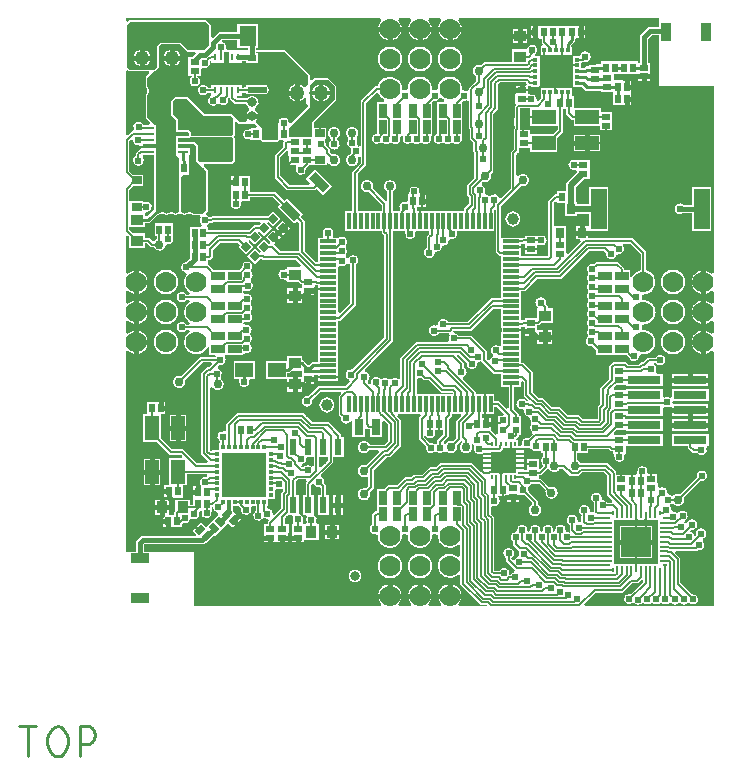
<source format=gtl>
G04 ================== begin FILE IDENTIFICATION RECORD ==================*
G04 Layout Name:  E:/git/clay/Circuit/R6_1/allegro_c6r3/CLAYc6r3.brd*
G04 Film Name:    TOP*
G04 File Format:  Gerber RS274X*
G04 File Origin:  Cadence Allegro 16.6-P004*
G04 Origin Date:  Sun Mar 06 08:34:24 2016*
G04 *
G04 Layer:  ETCH/TOP*
G04 Layer:  PIN/TOP*
G04 Layer:  VIA CLASS/TOP*
G04 *
G04 Offset:    (0.00 0.00)*
G04 Mirror:    No*
G04 Mode:      Positive*
G04 Rotation:  0*
G04 FullContactRelief:  No*
G04 UndefLineWidth:     0.00*
G04 ================== end FILE IDENTIFICATION RECORD ====================*
%FSLAX25Y25*MOIN*%
%IR0*IPPOS*OFA0.00000B0.00000*MIA0B0*SFA1.00000B1.00000*%
%ADD56R,.11X.03*%
%AMMACRO23*
21,1,.02,.03,0.0,0.0,135.*%
%ADD23MACRO23*%
%ADD26R,.106X.04*%
%AMMACRO34*
21,1,.024,.024,0.0,0.0,135.*%
%ADD34MACRO34*%
%ADD52R,.052X.134*%
%ADD51R,.02X.009*%
%ADD55R,.009X.02*%
%ADD16C,.03*%
%ADD46R,.015X.008*%
%ADD39C,.05*%
%ADD35C,.032*%
%ADD50R,.015X.009*%
%ADD45R,.008X.015*%
%ADD11C,.024*%
%ADD54R,.009X.015*%
%ADD15C,.07*%
%AMMACRO20*
4,1,20,.03248,-.04724,
.03248,.04724,
.01535,.04724,
.01535,.0748,
.00433,.0748,
.00433,.04724,
-.00433,.04724,
-.00433,.0748,
-.01535,.0748,
-.01535,.04734,
-.03248,.04734,
-.03248,-.04734,
-.01535,-.04734,
-.01535,-.0748,
-.00433,-.0748,
-.00433,-.04724,
.00433,-.04724,
.00433,-.0748,
.01535,-.0748,
.01535,-.04724,
.03248,-.04724,
0.0*
%
%ADD20MACRO20*%
%ADD22C,.048*%
%ADD41C,.03937*%
%ADD27R,.03X.02*%
%AMMACRO24*
21,1,.02,.03,0.0,0.0,45.*%
%ADD24MACRO24*%
%ADD14R,.02X.03*%
%ADD28R,.01X.024*%
%ADD47R,.024X.02*%
%ADD21R,.033X.011*%
%ADD32R,.018X.012*%
%ADD48R,.031X.035*%
%ADD43R,.055X.012*%
%ADD31R,.012X.018*%
%ADD18R,.04X.044*%
%ADD42R,.012X.055*%
%ADD40R,.03X.055*%
%ADD19R,.033X.025*%
%ADD10R,.063X.032*%
%ADD57R,.032X.063*%
%ADD37R,.022X.055*%
%ADD17R,.04X.038*%
%AMMACRO38*
21,1,.031,.066,0.0,0.0,45.*%
%ADD38MACRO38*%
%ADD25R,.045X.025*%
%ADD12R,.038X.04*%
%ADD53R,.1X.1*%
%ADD44R,.025X.045*%
%ADD33R,.06X.047*%
%ADD29R,.057X.07*%
%ADD36R,.079X.063*%
%ADD49R,.079X.048*%
%ADD30R,.148X.148*%
%ADD13R,.048X.079*%
%ADD58C,.01*%
%ADD59C,.02*%
%ADD60C,.012*%
%ADD61C,.014*%
%ADD62C,.015*%
%ADD63C,.016*%
%ADD64C,.0152*%
%ADD65C,.006*%
%ADD75R,.12002X.04004*%
%ADD77C,.06004*%
%ADD72C,.0514*%
%ADD69C,.04404*%
%ADD67C,.08204*%
%ADD76C,.05804*%
%ADD78R,.11004X.11004*%
%ADD71R,.03204X.06504*%
%ADD73R,.05004X.04804*%
%ADD70R,.04804X.05004*%
%ADD74R,.08902X.05802*%
%ADD68R,.05802X.08902*%
%ADD66R,.05802X.08904*%
G75*
%LPD*%
G75*
G36*
G01X-97999Y-79798D02*
Y-13126D01*
G02X-97317Y-12842I400J0D01*
G03Y-7158I2817J2842D01*
G02X-97999Y-6874I-282J284D01*
G01Y-3126D01*
G02X-97317Y-2842I400J0D01*
G03Y2842I2817J2842D01*
G02X-97999Y3126I-282J284D01*
G01Y6874D01*
G02X-97317Y7158I400J0D01*
G03Y12842I2817J2842D01*
G02X-97999Y13126I-282J284D01*
G01Y25258D01*
G02X-97316Y25541I400J0D01*
G01X-96902Y25127D01*
Y21398D01*
X-91698D01*
Y22998D01*
X-90873D01*
X-89573Y21698D01*
X-88699D01*
G03X-84720Y22297I1899J902D01*
G02X-84247Y22632I396J-58D01*
G03X-82211Y25027I347J1768D01*
G01X-82223Y25060D01*
Y29702D01*
X-88377D01*
Y25498D01*
X-87702D01*
Y24499D01*
G03X-88503Y23833I902J-1899D01*
G02X-89109Y23784I-324J234D01*
G01X-90127Y24802D01*
X-91698D01*
Y26402D01*
X-95627D01*
X-96798Y27573D01*
Y28398D01*
X-91698D01*
Y29798D01*
X-89981D01*
X-87481Y32298D01*
X-80451D01*
X-80000Y32749D01*
X-79549Y32298D01*
X-73373D01*
G02X-73049Y31664I0J-400D01*
G03X-72820Y29294I1461J-1055D01*
G02X-73093Y28602I-273J-292D01*
G01X-76677D01*
Y18034D01*
X-77911Y16800D01*
X-77982Y16793D01*
G03X-77979Y13207I182J-1793D01*
G02X-77706Y12559I-39J-398D01*
G03X-76839Y6630I3206J-2559D01*
G02X-77067Y5902I-228J-328D01*
G01X-77740D01*
G03Y4098I-1560J-902D01*
G01X-77067D01*
G02X-76839Y3370I0J-400D01*
G03Y-3370I2339J-3370D01*
G02X-77067Y-4098I-228J-328D01*
G01X-77740D01*
G03Y-5902I-1560J-902D01*
G01X-77067D01*
G02X-76839Y-6630I0J-400D01*
G03X-70857Y-11886I2339J-3370D01*
G02X-70102Y-12070I355J-184D01*
G01Y-14102D01*
X-68279D01*
G02X-67956Y-14738I0J-400D01*
G03X-68060Y-14898I1457J-1061D01*
G01X-73173D01*
X-79492Y-21217D01*
X-79606Y-21184D01*
G03X-78184Y-22606I-594J-2016D01*
G01X-78217Y-22492D01*
X-72427Y-16702D01*
X-69542D01*
G02X-69259Y-17384I0J-400D01*
G01X-70173Y-18298D01*
X-70871D01*
X-72902Y-20329D01*
Y-47271D01*
X-70617Y-49556D01*
G02X-70900Y-50238I-283J-282D01*
G01X-74187D01*
X-78827Y-45598D01*
X-82575D01*
X-86330Y-41844D01*
Y-34002D01*
X-84874D01*
Y-29998D01*
X-87724D01*
Y-29898D01*
X-90926D01*
Y-34016D01*
X-92332D01*
Y-43118D01*
X-87604D01*
X-83321Y-47402D01*
X-79573D01*
X-79075Y-47900D01*
G02X-79358Y-48582I-283J-282D01*
G01X-83670D01*
Y-57698D01*
X-85126D01*
Y-61702D01*
X-82276D01*
Y-61802D01*
X-79074D01*
Y-57686D01*
X-77668D01*
Y-54036D01*
X-76996D01*
X-76972Y-54012D01*
X-71052D01*
G02X-70769Y-54694I0J-400D01*
G01X-71032Y-54957D01*
X-71137Y-54935D01*
G03X-73145Y-57435I-363J-1765D01*
G02X-73510Y-57998I-365J-163D01*
G01X-75476D01*
Y-61898D01*
X-75577D01*
Y-64098D01*
X-76498D01*
Y-62398D01*
X-81502D01*
Y-66227D01*
X-81926Y-66652D01*
Y-67398D01*
X-82626D01*
Y-67498D01*
X-83598D01*
Y-62498D01*
X-88402D01*
Y-67502D01*
X-85476D01*
Y-71502D01*
X-82626D01*
Y-71602D01*
X-79424D01*
Y-70798D01*
X-79000Y-70375D01*
X-78884Y-70413D01*
G03X-76563Y-69078I559J1713D01*
G02X-75995Y-68803I391J-84D01*
G03X-73487Y-66626I795J1617D01*
G02X-73107Y-66102I380J124D01*
G01X-72710D01*
Y-66337D01*
X-72722Y-66369D01*
G03X-69423Y-66150I1697J-606D01*
G01Y-64902D01*
X-68909D01*
X-68900Y-65091D01*
G03X-67359Y-66783I1800J91D01*
G02X-67134Y-67462I-58J-396D01*
G01X-71221Y-71549D01*
X-72789Y-69980D01*
X-75620Y-72811D01*
X-74535Y-73896D01*
G02X-74818Y-74578I-283J-282D01*
G01X-92984D01*
X-94760Y-76354D01*
Y-76374D01*
X-94762Y-76376D01*
Y-79798D01*
X-97999D01*
G37*
G36*
G01X-75398Y-97999D02*
Y-79798D01*
X-92038D01*
Y-77504D01*
X-92036Y-77502D01*
Y-77482D01*
X-91856Y-77302D01*
X-71890D01*
X-71580Y-76992D01*
X-71411Y-77161D01*
X-68550Y-74301D01*
X-68289Y-74561D01*
X-63979Y-70251D01*
X-62411Y-71820D01*
X-59580Y-68989D01*
X-61595Y-66974D01*
X-61525Y-66903D01*
X-62298Y-66130D01*
Y-64662D01*
X-60390D01*
X-59660Y-65392D01*
X-59682Y-65497D01*
G03X-56238Y-65207I1765J-363D01*
G02X-55865Y-64662I373J145D01*
G01X-54672D01*
Y-66210D01*
G03X-52268Y-68766I902J-1560D01*
G02X-51729Y-68644I333J-221D01*
G03X-50731Y-68901I930J1544D01*
G02X-50433Y-69583I15J-400D01*
G01X-50702Y-69852D01*
Y-70524D01*
X-51902D01*
Y-73726D01*
X-51802D01*
Y-76576D01*
X-43798D01*
Y-73726D01*
X-43698D01*
Y-70524D01*
X-44898D01*
Y-68503D01*
X-43947Y-67552D01*
X-42536D01*
G02X-42185Y-68142I0J-400D01*
G03X-42150Y-69919I1585J-858D01*
G02X-42494Y-70524I-344J-205D01*
G01X-42702D01*
Y-73726D01*
X-42602D01*
Y-76576D01*
X-38598D01*
Y-75902D01*
X-33598D01*
Y-70698D01*
X-34253D01*
G02X-34588Y-70081I0J400D01*
G03X-35398Y-67440I-1512J981D01*
G01Y-60848D01*
X-36198D01*
Y-57473D01*
X-35864Y-57138D01*
G02X-35215Y-57260I283J-283D01*
G03X-33431Y-58332I1650J725D01*
G02X-33002Y-58731I29J-399D01*
G01Y-60848D01*
X-33802D01*
Y-67552D01*
X-30398D01*
Y-60848D01*
X-31198D01*
Y-57627D01*
X-31822Y-57003D01*
X-31800Y-56898D01*
G03X-32840Y-54885I-1765J363D01*
G02X-32962Y-54236I161J366D01*
G01X-28848Y-50123D01*
Y-48152D01*
X-25398D01*
Y-41448D01*
X-26198D01*
Y-40777D01*
X-30377Y-36598D01*
X-35813D01*
X-38763Y-33648D01*
X-60969D01*
X-64522Y-37201D01*
Y-39348D01*
G02X-65067Y-39721I-400J0D01*
G03X-66492Y-43028I-653J-1679D01*
G01Y-43538D01*
X-66792D01*
Y-45998D01*
X-69262D01*
Y-46298D01*
X-69627D01*
X-69898Y-46027D01*
Y-25362D01*
G02X-69163Y-25145I400J-1D01*
G03X-66283Y-22219I1763J1145D01*
G02X-66366Y-21612I213J338D01*
G03X-67172Y-18677I-1334J1212D01*
G02X-67337Y-18012I118J382D01*
G01X-66888Y-17563D01*
X-66787Y-17579D01*
G03X-65044Y-14738I287J1779D01*
G02X-64721Y-14102I323J236D01*
G01X-58898D01*
Y-14088D01*
G02X-58371Y-13709I400J0D01*
G03X-56523Y-10728I571J1709D01*
G02X-56505Y-10147I283J282D01*
G03X-56452Y-7498I-1195J1349D01*
G02X-56482Y-6954I277J288D01*
G03X-58383Y-4074I-1384J1154D01*
G02X-58898Y-3691I-115J383D01*
G01Y-3611D01*
G02X-58335Y-3245I400J1D01*
G03X-56308Y-344I735J1645D01*
G02X-56307Y215I287J279D01*
G03X-56330Y2761I-1287J1261D01*
G02X-56354Y3305I280J285D01*
G03X-58358Y6162I-1371J1169D01*
G02X-58898Y6536I-140J374D01*
G01Y6917D01*
G02X-58302Y7266I400J0D01*
G03X-56325Y10268I881J1572D01*
G02X-56333Y10897I243J318D01*
G03X-56160Y13543I-1131J1403D01*
G02X-56166Y14088I290J276D01*
G03X-59290Y15092I-1334J1212D01*
G01X-59279Y14996D01*
X-60173Y14102D01*
X-68827D01*
X-70676Y15951D01*
X-70574Y16198D01*
X-70523D01*
Y17398D01*
X-69852D01*
X-68898Y18352D01*
Y20754D01*
X-66454Y23198D01*
X-60599D01*
X-59967Y22566D01*
X-60604Y21930D01*
X-58056Y19382D01*
X-55508Y21930D01*
X-56999Y23421D01*
G02X-56716Y24104I283J283D01*
G01X-56625D01*
X-54979Y22457D01*
X-52431Y25005D01*
X-53923Y26497D01*
G02X-53640Y27180I283J283D01*
G01X-53548D01*
X-51902Y25533D01*
X-49354Y28081D01*
X-50847Y29574D01*
G02X-50564Y30256I283J282D01*
G01X-50473D01*
X-48827Y28610D01*
X-46279Y31158D01*
X-48827Y33706D01*
X-50473Y32060D01*
X-69312D01*
X-69624Y31748D01*
G02X-70212Y31773I-283J283D01*
G03X-71141Y32355I-1376J-1164D01*
G02X-71324Y33025I100J387D01*
G01X-70498Y33851D01*
Y47449D01*
X-71965Y48916D01*
G02X-71682Y49598I283J282D01*
G01X-62451D01*
X-61598Y50451D01*
Y58049D01*
X-62149Y58600D01*
X-61698Y59051D01*
Y63182D01*
G02X-61016Y63465I400J0D01*
G01X-60449Y62898D01*
X-54949D01*
X-54235Y62185D01*
G02X-54518Y61502I-283J-283D01*
G01X-56077D01*
Y61380D01*
G02X-56608Y61002I-400J0D01*
G03Y57598I-592J-1702D01*
G02X-56085Y57298I131J-378D01*
G01X-52849D01*
X-52349Y56798D01*
X-47451D01*
X-46951Y57298D01*
X-45485D01*
G02X-45343Y56957I0J-200D01*
G01X-45602Y56698D01*
Y55203D01*
X-48302Y52503D01*
Y44827D01*
X-44174Y40700D01*
X-35026D01*
X-34551Y41174D01*
X-32430Y39053D01*
X-29387Y42096D01*
X-34904Y47613D01*
X-37947Y44570D01*
X-36562Y43185D01*
G02X-36845Y42503I-283J-282D01*
G01X-43428D01*
X-46498Y45573D01*
Y51757D01*
X-44484Y53771D01*
G02X-43802Y53488I282J-283D01*
G01Y52074D01*
X-43702D01*
Y49224D01*
X-41460D01*
G02X-41140Y48583I0J-400D01*
G03X-37935Y47863I1440J-1083D01*
G01X-37957Y47968D01*
X-36702Y49223D01*
X-35552D01*
Y49048D01*
X-31048D01*
Y49264D01*
G02X-30321Y49493I400J-1D01*
G03X-29194Y52716I1721J1207D01*
G01X-29308Y52683D01*
X-29998Y53373D01*
Y54342D01*
X-31157Y55501D01*
X-31135Y55606D01*
G03X-31644Y57262I-1765J364D01*
G02X-31366Y57948I279J286D01*
G01X-31148D01*
Y61452D01*
X-35298D01*
Y63151D01*
X-27798Y70651D01*
Y75549D01*
X-30451Y78202D01*
X-35149D01*
X-36016Y77335D01*
G02X-36699Y77618I-283J283D01*
G01Y79249D01*
X-44951Y87502D01*
X-54548D01*
Y87998D01*
X-53948D01*
Y96202D01*
X-60852D01*
Y93452D01*
X-67001D01*
X-69016Y91437D01*
G02X-69698Y91719I-282J283D01*
G01Y95849D01*
X-71151Y97302D01*
X-96849D01*
X-97316Y96834D01*
G02X-97999Y97117I-283J283D01*
G01Y97999D01*
X-13126D01*
G02X-12842Y97317I0J-400D01*
G03X-7158I2842J-2817D01*
G02X-6874Y97999I284J282D01*
G01X-3126D01*
G02X-2842Y97317I0J-400D01*
G03X2842I2842J-2817D01*
G02X3126Y97999I284J282D01*
G01X6874D01*
G02X7158Y97317I0J-400D01*
G03X12842I2842J-2817D01*
G02X13126Y97999I284J282D01*
G01X79798D01*
Y95152D01*
X76140D01*
X73248Y92260D01*
Y83176D01*
X72577D01*
Y83702D01*
X60423D01*
Y82702D01*
X58669D01*
X58444Y82477D01*
X56298D01*
Y81976D01*
X55344D01*
X54772Y81404D01*
X53992D01*
Y81505D01*
X53892D01*
Y83038D01*
X53992D01*
Y83338D01*
X54613D01*
X54732Y83457D01*
X54837Y83435D01*
G03X53442Y85597I363J1765D01*
G01X53407Y85442D01*
X50988D01*
Y83038D01*
X51088D01*
Y81505D01*
X50988D01*
Y75164D01*
X54134D01*
X55375Y73924D01*
X60398D01*
Y73423D01*
X64424D01*
Y69098D01*
X67626D01*
Y69198D01*
X70476D01*
Y77202D01*
X67626D01*
Y77302D01*
X64602D01*
Y79498D01*
X72598D01*
Y77124D01*
X76602D01*
Y79974D01*
X76702D01*
Y83176D01*
X75952D01*
Y91140D01*
X77260Y92448D01*
X79798D01*
Y75398D01*
X97999D01*
Y13126D01*
G02X97317Y12842I-400J0D01*
G03Y7158I-2817J-2842D01*
G02X97999Y6874I282J-284D01*
G01Y3126D01*
G02X97317Y2842I-400J0D01*
G03Y-2842I-2817J-2842D01*
G02X97999Y-3126I282J-284D01*
G01Y-6874D01*
G02X97317Y-7158I-400J0D01*
G03Y-12842I-2817J-2842D01*
G02X97999Y-13126I282J-284D01*
G01Y-97999D01*
X55112D01*
G02X54829Y-97316I0J400D01*
G01X58743Y-93402D01*
X67717D01*
X70816Y-90302D01*
X72870D01*
X73997Y-89176D01*
G02X74338Y-89317I141J-141D01*
G01Y-89757D01*
X70253Y-93842D01*
X70148Y-93820D01*
G03X70967Y-96945I-363J-1765D01*
G02X71519Y-96972I262J-302D01*
G03X74096Y-97008I1306J1242D01*
G02X74654Y-97002I282J-283D01*
G03X77128Y-97019I1246J1302D01*
G02X77672I272J-293D01*
G03X80128I1228J1319D01*
G02X80672I272J-293D01*
G03X83176Y-96972I1228J1319D01*
G02X83741Y-96971I283J-283D01*
G03X86266Y-96985I1270J1279D01*
G02X86824I279J-287D01*
G03X89305Y-97016I1257J1291D01*
G02X89850Y-97018I271J-294D01*
G03X90718Y-93937I1231J1316D01*
G01X90613Y-93959D01*
X86828Y-90174D01*
Y-81977D01*
X85050Y-80199D01*
G02X85333Y-79517I283J282D01*
G01X92458D01*
X92672Y-79303D01*
X92772Y-79318D01*
G03X94218Y-76176I263J1783D01*
G02X94354Y-75495I263J302D01*
G03X92020Y-74148I-569J1710D01*
G01X92042Y-74253D01*
X91742Y-74554D01*
X91563Y-74375D01*
X91549Y-74325D01*
G03X90167Y-73048I-1734J-490D01*
G01X90108Y-73036D01*
X89923Y-72852D01*
X90282Y-72493D01*
X90387Y-72515D01*
G03X89040Y-70181I363J1765D01*
G02X88359Y-70317I-379J127D01*
G03X88179Y-70137I-1361J-1181D01*
G02X88288Y-69465I262J302D01*
G03X86142Y-66741I-688J1665D01*
G02X85543Y-66795I-323J236D01*
G03X84302Y-66298I-1243J-1305D01*
G02X83902Y-65898I0J400D01*
G03X83419Y-64673I-1802J-3D01*
G02X83510Y-64055I293J273D01*
G03X83821Y-63825I-910J1555D01*
G02X84397Y-63860I271J-294D01*
G03X88016Y-61906I1603J1360D01*
G01X87983Y-61792D01*
X93532Y-56243D01*
X93637Y-56265D01*
G03X92235Y-54863I363J1765D01*
G01X92257Y-54968D01*
X86708Y-60517D01*
X86594Y-60484D01*
G03X84397Y-61140I-594J-2016D01*
G02X83821Y-61175I-305J259D01*
G03X82919Y-60726I-1222J-1324D01*
G02X82592Y-60290I71J394D01*
G03X79901Y-58538I-1792J190D01*
G02X79302Y-58192I-199J347D01*
G01Y-56874D01*
X79202D01*
Y-54024D01*
X76303D01*
G02X75919Y-53510I0J400D01*
G03X72482Y-53572I-1728J510D01*
G02X72103Y-54098I-379J-126D01*
G01X71974D01*
Y-54198D01*
X69124D01*
Y-54224D01*
X65502D01*
Y-53227D01*
X62573Y-50298D01*
X53499D01*
G03X52502Y-49301I-1899J-902D01*
G01Y-47598D01*
X52526Y-47573D01*
Y-46902D01*
X56177D01*
Y-45702D01*
X63052D01*
X63727Y-46376D01*
X64398D01*
Y-47077D01*
X64412D01*
G02X64791Y-47604I0J-400D01*
G03X68209I1709J-571D01*
G02X68588Y-47077I379J127D01*
G01X68602D01*
Y-44602D01*
X80924D01*
Y-40398D01*
X68722D01*
Y-40923D01*
X64793D01*
G02X64510Y-40240I0J400D01*
G01X65673Y-39076D01*
X68722D01*
Y-39602D01*
X80924D01*
Y-35398D01*
X68502D01*
Y-34602D01*
X80924D01*
Y-31921D01*
G02X81520Y-31572I400J0D01*
G03X83526Y-31407I880J1572D01*
G02X84176Y-31719I250J-312D01*
G01Y-34502D01*
X96178D01*
Y-30498D01*
X84600D01*
G02X84200Y-30081I-1J400D01*
G03X84202Y-30001I-1800J85D01*
G02X84602Y-29602I400J-1D01*
G01X96278D01*
Y-25398D01*
X84076D01*
Y-28205D01*
G02X83444Y-28531I-400J0D01*
G03X81520Y-28428I-1043J-1469D01*
G02X80924Y-28079I-196J349D01*
G01Y-25398D01*
X68722D01*
Y-25923D01*
X64793D01*
G02X64510Y-25240I0J400D01*
G01X65673Y-24077D01*
X68722D01*
Y-24602D01*
X80924D01*
Y-20398D01*
X78947D01*
G02X78612Y-19781I0J400D01*
G03X78054Y-17271I-1512J981D01*
G01X77960Y-17212D01*
Y-16902D01*
X78540D01*
G03Y-15098I1560J902D01*
G01X76128D01*
X74528Y-16698D01*
X73629D01*
X72904Y-17424D01*
X69446D01*
X68746Y-16724D01*
X64254D01*
X63198Y-17779D01*
Y-22304D01*
X60198Y-25304D01*
Y-30633D01*
X59298Y-31533D01*
Y-35427D01*
X59227Y-35498D01*
X54286D01*
X53086Y-34298D01*
X49559D01*
X46759Y-31498D01*
X44066D01*
X41154Y-28586D01*
X39651D01*
X37602Y-26537D01*
Y-19881D01*
X34535Y-16814D01*
X33864D01*
Y-6672D01*
X33764D01*
Y-5139D01*
X33864D01*
Y-4838D01*
X34561D01*
X34657Y-4743D01*
G02X34998Y-4884I141J-141D01*
G01Y-5026D01*
X35098D01*
Y-7876D01*
X39198D01*
Y-10602D01*
X44202D01*
Y-5798D01*
X39102D01*
Y-5026D01*
X39202D01*
Y-4326D01*
X39848D01*
X40473Y-3702D01*
X44302D01*
Y1302D01*
X42602D01*
Y2173D01*
X42043Y2732D01*
X42065Y2837D01*
G03X39346Y1671I-1765J363D01*
G01X39440Y1612D01*
Y1302D01*
X39098D01*
Y-1824D01*
X34998D01*
Y-2524D01*
X34327D01*
X34205Y-2645D01*
G02X33864Y-2503I-141J142D01*
G01Y6972D01*
X34945D01*
X39219Y11246D01*
X47217D01*
X56468Y20498D01*
X61428D01*
X62057Y19868D01*
X62035Y19763D01*
G03X65561Y19019I1765J-363D01*
G02X66009Y19330I391J-85D01*
G03X67665Y22246I254J1784D01*
G02X67976Y22898I311J252D01*
G01X70182D01*
X73598Y19481D01*
Y14005D01*
X73450Y13965D01*
G03X70857Y11886I1049J-3965D01*
G02X70102Y12070I-355J184D01*
G01Y14102D01*
X68152D01*
Y14773D01*
X66197Y16728D01*
X58602D01*
X57958Y16084D01*
X57853Y16106D01*
G03X56147Y13140I-363J-1765D01*
G02X56136Y12595I-298J-267D01*
G03X56112Y10112I1294J-1254D01*
G02X56113Y9567I-292J-273D01*
G03X56114Y7114I1321J-1226D01*
G02Y6569I-293J-273D01*
G03Y4113I1318J-1228D01*
G02Y3568I-293J-273D01*
G03Y1114I1320J-1227D01*
G02Y569I-293J-273D01*
G03Y-1887I1318J-1228D01*
G02Y-2432I-293J-272D01*
G03X56158Y-4931I1320J-1227D01*
G02X56177Y-5476I-283J-283D01*
G03X56049Y-7675I1360J-1182D01*
G02X55968Y-8214I-330J-226D01*
G03X57451Y-11390I1120J-1411D01*
G01X57556Y-11368D01*
X58898Y-12710D01*
Y-14102D01*
X68827D01*
X69654Y-14929D01*
X69668Y-14980D01*
G03X73205Y-14427I1736J483D01*
G02X73684Y-14020I400J15D01*
G03X74358Y-5900I815J4020D01*
G02X73955Y-5410I-14J399D01*
G03Y-4590I-1755J410D01*
G02X74358Y-4100I389J91D01*
G03Y4100I142J4100D01*
G02X73955Y4590I-14J399D01*
G03Y5410I-1755J410D01*
G02X74358Y5900I389J91D01*
G03X75550Y13965I142J4100D01*
G01X75402Y14005D01*
Y20227D01*
X70928Y24700D01*
X56152D01*
Y27198D01*
X62876D01*
Y41802D01*
X56472D01*
Y36102D01*
X54911D01*
X54861Y36052D01*
X52552D01*
Y36802D01*
X52002D01*
Y39038D01*
X51977Y39063D01*
Y40502D01*
X51976D01*
Y41837D01*
X54663Y44523D01*
X56602D01*
Y50677D01*
X52172D01*
G03X51871Y47391I-872J-1577D01*
G02X52398Y47012I127J-379D01*
G01Y46788D01*
X48774Y43163D01*
Y40502D01*
X45823D01*
Y39302D01*
X44927D01*
X42814Y37189D01*
Y18689D01*
X42743Y18618D01*
X33864D01*
Y20887D01*
X33764D01*
Y22420D01*
X33864D01*
Y22720D01*
X34535D01*
X34657Y22842D01*
G02X34998Y22701I141J-141D01*
G01Y22374D01*
X35098D01*
Y19524D01*
X39102D01*
Y22374D01*
X39698D01*
X39739Y22353D01*
G03X39699Y25576I786J1622D01*
G01X34998D01*
Y24876D01*
X34142D01*
X34089Y24824D01*
X27102D01*
Y35527D01*
X33592Y42017D01*
X33706Y41984D01*
G03X32789Y45461I594J2016D01*
G02X32102Y45739I-287J278D01*
G01Y52597D01*
X33102Y53597D01*
Y54824D01*
X36714D01*
Y53418D01*
X45818D01*
Y58146D01*
X47726Y60055D01*
Y67798D01*
X48874D01*
Y66016D01*
X50710Y64180D01*
X51282D01*
Y62080D01*
X59998D01*
Y60624D01*
X64002D01*
Y63474D01*
X64102D01*
Y66676D01*
X60384D01*
Y68082D01*
X51377D01*
Y72002D01*
X50636D01*
Y74812D01*
X46264D01*
Y74712D01*
X44730D01*
Y74812D01*
X40358D01*
Y71808D01*
X40410D01*
G02X40552Y71467I0J-200D01*
G01X39681Y70596D01*
G02X38999Y70901I-283J283D01*
G03X36462Y72644I-1799J99D01*
G01X36423Y72626D01*
X36002D01*
Y75417D01*
G02X36343Y75558I200J0D01*
G01X36437Y75464D01*
X37008D01*
Y75164D01*
X40012D01*
Y85442D01*
X38400D01*
G02X38258Y85783I0J200D01*
G01X38433Y85958D01*
X38453Y85970D01*
G03X35735Y87861I-953J1530D01*
G01X35702Y87702D01*
X30898D01*
Y83302D01*
X21327D01*
X20408Y82383D01*
X20294Y82416D01*
G03X18798Y78501I-594J-2016D01*
G01Y77168D01*
X16298Y74668D01*
Y74074D01*
G02X15693Y73730I-400J-1D01*
G03X14549Y73973I-926J-1546D01*
G02X14100Y74381I-49J397D01*
G03X5900Y74358I-4100J118D01*
G02X5410Y73955I-399J-14D01*
G03X4590I-410J-1755D01*
G02X4100Y74358I-91J389D01*
G03X-4100I-4100J142D01*
G02X-4590Y73955I-399J-14D01*
G03X-5410I-410J-1755D01*
G02X-5900Y74358I-91J389D01*
G03X-13965Y75550I-4100J142D01*
G01X-14005Y75402D01*
X-14773D01*
X-19702Y70473D01*
Y55535D01*
G02X-20299Y55187I-400J0D01*
G03X-20585Y55318I-891J-1567D01*
G02X-20823Y55841I134J377D01*
G03X-21095Y57629I-1677J660D01*
G02X-21058Y58171I311J251D01*
G03X-23942I-1442J1529D01*
G02X-23905Y57629I-274J-291D01*
G03X-23106Y54803I1405J-1129D01*
G02X-22868Y54280I-134J-377D01*
G03X-22954Y53249I1677J-659D01*
G01X-22932Y53143D01*
X-23559Y52516D01*
X-23580Y52503D01*
G03X-20559Y51506I1080J-1803D01*
G02X-20371Y52016I369J154D01*
G03X-20299Y52055I-822J1604D01*
G02X-19702Y51707I197J-348D01*
G01Y49773D01*
X-22556Y46919D01*
Y33864D01*
X-24824D01*
Y27160D01*
X-12712D01*
Y26489D01*
X-11944Y25720D01*
Y-8469D01*
X-22532Y-19057D01*
X-22637Y-19035D01*
G03X-23501Y-22531I-363J-1765D01*
G02X-23330Y-23198I-112J-384D01*
G01X-24730Y-24598D01*
X-27260D01*
Y-20887D01*
X-27160D01*
Y-2870D01*
X-26489D01*
X-21298Y2321D01*
Y15740D01*
G03X-23737Y18241I-902J1560D01*
G02X-24391Y18201I-341J209D01*
G03X-24658Y18472I-1410J-1122D01*
G02X-24695Y19058I253J310D01*
G03X-24744Y21593I-1305J1243D01*
G02X-24738Y22173I278J287D01*
G03X-27179Y24824I-1224J1322D01*
G01X-28738D01*
G02X-29077Y25438I-1J400D01*
G03X-32123I-1523J962D01*
G02X-32462Y24824I-338J-214D01*
G01X-33864D01*
Y16650D01*
X-34579D01*
X-38394Y20465D01*
Y30403D01*
X-39737Y31746D01*
X-38853Y32630D01*
X-44370Y38147D01*
X-45254Y37263D01*
X-48093Y40102D01*
X-56723D01*
Y41302D01*
X-56724D01*
Y45402D01*
X-59926D01*
Y45302D01*
X-62776D01*
Y41302D01*
X-62877D01*
Y36872D01*
G03X-59591Y36571I1577J-872D01*
G02X-59212Y37098I379J127D01*
G01X-56723D01*
Y38298D01*
X-48839D01*
X-46529Y35988D01*
X-47413Y35104D01*
X-41896Y29587D01*
X-41012Y30471D01*
X-40198Y29657D01*
Y20402D01*
X-46503D01*
X-48727Y22626D01*
X-46384Y24969D01*
X-48790Y27375D01*
X-51196Y24969D01*
X-49705Y23477D01*
G02X-49987Y22794I-283J-283D01*
G01X-50221D01*
X-51867Y24441D01*
X-54415Y21893D01*
X-52924Y20402D01*
G02X-53207Y19720I-283J-282D01*
G01X-53298D01*
X-54944Y21366D01*
X-57492Y18818D01*
X-54944Y16270D01*
X-53298Y17916D01*
X-52719D01*
X-52201Y17398D01*
X-41273D01*
X-39659Y15784D01*
G02X-39942Y15102I-283J-282D01*
G01X-44302D01*
Y14688D01*
G02X-44828Y14309I-400J0D01*
G03Y10891I-572J-1709D01*
G02X-44302Y10512I126J-379D01*
G01Y10098D01*
X-40473D01*
X-39648Y9274D01*
X-39202D01*
Y8574D01*
X-39102D01*
Y8002D01*
X-44202D01*
Y3198D01*
X-39198D01*
Y5724D01*
X-35098D01*
Y8574D01*
X-34998D01*
Y8940D01*
X-33864D01*
Y8640D01*
X-33764D01*
Y7108D01*
X-33864D01*
Y-16614D01*
X-35947D01*
X-37056Y-17724D01*
X-37144D01*
X-38969Y-15898D01*
X-39098D01*
Y-14498D01*
X-44302D01*
Y-16248D01*
X-51352D01*
Y-22152D01*
X-44202D01*
Y-26402D01*
X-39198D01*
Y-23776D01*
X-35098D01*
Y-20926D01*
X-34998D01*
Y-20786D01*
X-33864D01*
Y-20887D01*
X-33764D01*
Y-24589D01*
X-37132Y-27957D01*
X-37237Y-27935D01*
G03X-35835Y-29337I-363J-1765D01*
G01X-35857Y-29232D01*
X-33027Y-26402D01*
X-26375D01*
G02X-26092Y-27084I0J-400D01*
G01X-27016Y-28008D01*
Y-34258D01*
X-26372Y-34902D01*
X-26394Y-35007D01*
G03X-23215Y-36487I1765J-363D01*
G02X-22502Y-36735I313J-249D01*
G01Y-41452D01*
X-18298D01*
Y-39042D01*
G02X-17616Y-38759I400J0D01*
G01X-17373Y-39002D01*
X-16702D01*
Y-41452D01*
X-12498D01*
Y-36442D01*
G02X-11816Y-36159I400J0D01*
G01X-10502Y-37473D01*
Y-42827D01*
X-11773Y-44098D01*
X-16701D01*
G03Y-45902I-1899J-902D01*
G01X-13892D01*
G02X-13609Y-46584I0J-400D01*
G01X-17892Y-50867D01*
X-18006Y-50834D01*
G03X-17677Y-54739I-594J-2016D01*
G02X-17102Y-55098I175J-359D01*
G01Y-57927D01*
X-17892Y-58717D01*
X-18006Y-58684D01*
G03X-16584Y-60106I-594J-2016D01*
G01X-16617Y-59992D01*
X-15298Y-58673D01*
Y-52521D01*
X-11079Y-48302D01*
X-10031D01*
X-6298Y-44569D01*
Y-35731D01*
X-7482Y-34547D01*
G02X-7199Y-33864I283J283D01*
G01X25D01*
G02X308Y-34547I0J-400D01*
G01X-302Y-35157D01*
Y-42373D01*
X2057Y-44732D01*
X2035Y-44837D01*
G03X5028Y-46519I1765J-363D01*
G02X5572I272J-293D01*
G03X8141Y-46404I1228J1319D01*
G02X8736I298J-267D01*
G03X12316Y-44406I1564J1404D01*
G01X12283Y-44292D01*
X14050Y-42525D01*
X14216Y-42691D01*
G02X14167Y-43297I-283J-282D01*
G03X17315Y-44132I1233J-1703D01*
G02X17644Y-43914I182J82D01*
G03X18061Y-44249I1325J1222D01*
G02X18219Y-44770I-201J-346D01*
G03X20567Y-47211I1618J-793D01*
G02X21129Y-47576I162J-365D01*
G01Y-53000D01*
G02X20446Y-53283I-400J0D01*
G01X17361Y-50198D01*
X6839D01*
X5339Y-51698D01*
X3264D01*
X3164Y-51798D01*
X3135D01*
X835Y-54098D01*
X-1967D01*
X-2867Y-54998D01*
X-4971D01*
X-7671Y-57698D01*
X-10473D01*
X-11673Y-58898D01*
X-14102D01*
Y-66348D01*
X-14773D01*
X-15902Y-67477D01*
Y-70640D01*
G03X-14590Y-73955I902J-1560D01*
G02X-14100Y-74358I91J-389D01*
G03X-5900I4100J-142D01*
G02X-5410Y-73955I399J14D01*
G03X-4590I410J1755D01*
G02X-4100Y-74358I91J-389D01*
G03X4100I4100J-142D01*
G02X4590Y-73955I399J14D01*
G03X5410I410J1755D01*
G02X5900Y-74358I91J-389D01*
G03X12823Y-77476I4100J-142D01*
G02X13498Y-77766I275J-290D01*
G01Y-81234D01*
G02X12823Y-81524I-400J0D01*
G03Y-87476I-2823J-2976D01*
G02X13498Y-87766I275J-290D01*
G01Y-90790D01*
X20243Y-97534D01*
X22436D01*
X22559Y-97658D01*
G02X22417Y-97999I-142J-141D01*
G01X13126D01*
G02X12842Y-97317I0J400D01*
G03X7158I-2842J2817D01*
G02X6874Y-97999I-284J-282D01*
G01X3126D01*
G02X2842Y-97317I0J400D01*
G03X-2842I-2842J2817D01*
G02X-3126Y-97999I-284J-282D01*
G01X-6874D01*
G02X-7158Y-97317I0J400D01*
G03X-12842I-2842J2817D01*
G02X-13126Y-97999I-284J-282D01*
G01X-75398D01*
G37*
G36*
G01X-43398Y63000D02*
G02X-43598Y63200I0J200D01*
G03X-47134Y62710I-1802J0D01*
G01X-47102Y62598D01*
X-47300Y62400D01*
Y57800D01*
X-47700Y57400D01*
X-49722D01*
G03X-49878I-78J-1700D01*
G01X-52100D01*
X-52600Y57900D01*
Y61400D01*
X-54535Y63335D01*
G02X-54515Y63918I283J282D01*
G03X-54889Y67343I-1385J1582D01*
G02X-54881Y68048I193J350D01*
G03X-57619Y71376I-1019J1952D01*
G01X-61003D01*
X-61129Y71503D01*
G02X-60847Y72186I283J283D01*
G01X-59361D01*
Y73086D01*
X-58002D01*
Y72624D01*
X-52851D01*
G03Y75826I826J1601D01*
G01X-58002D01*
Y75126D01*
X-58673D01*
X-58910Y74890D01*
X-59361D01*
Y75790D01*
X-69437D01*
Y74890D01*
X-70628D01*
G03Y73086I-1560J-902D01*
G01X-69437D01*
Y72225D01*
X-69563Y72175D01*
G03X-67442Y69440I663J-1675D01*
G02X-66841Y69493I324J-235D01*
G03X-63828Y71168I1251J1297D01*
G01X-63851Y71274D01*
X-63674Y71451D01*
G02X-63332Y71310I142J-141D01*
G01Y71157D01*
X-61749Y69574D01*
X-58066D01*
X-58026Y69426D01*
G03X-56919Y68048I2126J574D01*
G02X-56911Y67343I-185J-355D01*
G03X-57516Y64156I1011J-1843D01*
G02X-57823Y63500I-307J-256D01*
G01X-60200D01*
X-62700Y66000D01*
X-71700D01*
X-77500Y71800D01*
X-81700D01*
X-82900Y70600D01*
Y65700D01*
X-81300Y64100D01*
Y52600D01*
X-80300Y51600D01*
Y33437D01*
X-80430Y33388D01*
G03X-81088Y32960I630J-1688D01*
G01X-81147Y32900D01*
X-81453D01*
X-81512Y32960D01*
G03X-84088I-1288J-1260D01*
G01X-84147Y32900D01*
X-84453D01*
X-84512Y32960D01*
G03X-87144Y32900I-1288J-1260D01*
G01X-87200D01*
X-88000Y33700D01*
Y62300D01*
X-88156Y62456D01*
Y62588D01*
X-88289D01*
X-90800Y65100D01*
Y72323D01*
G03Y75077I-1000J1377D01*
G01Y78100D01*
X-88602Y80298D01*
X-88351D01*
X-86998Y81651D01*
Y88651D01*
X-86351Y89298D01*
X-79849D01*
X-77449Y86899D01*
X-74979D01*
G02X-74697Y86216I-1J-400D01*
G01X-75835Y85077D01*
X-77102D01*
Y78923D01*
X-75902D01*
Y78564D01*
X-75991Y78505D01*
G03X-74009I991J-1505D01*
G01X-74098Y78564D01*
Y78923D01*
X-72898D01*
Y81148D01*
G02X-72353Y81521I400J0D01*
G03X-69920Y83482I653J1679D01*
G01X-69923Y83498D01*
Y83692D01*
X-69909Y83706D01*
X-69656D01*
X-69648Y83714D01*
X-69437D01*
Y83210D01*
X-65265D01*
Y86900D01*
X-63533D01*
Y83210D01*
X-59361D01*
Y83660D01*
X-58002D01*
Y83174D01*
X-53798D01*
Y86376D01*
X-54548D01*
Y86900D01*
X-45200D01*
X-37300Y79000D01*
Y76051D01*
X-37302Y76049D01*
Y75798D01*
X-37800Y75300D01*
G02X-38510Y75061I-400J13D01*
G03Y71267I-2327J-1897D01*
G02X-37800Y71015I310J-252D01*
G01Y69700D01*
X-37302Y69202D01*
Y68549D01*
X-42851Y63000D01*
X-43398D01*
G37*
G36*
G01X-91698Y32002D02*
Y33007D01*
G02X-91262Y33405I400J0D01*
G03X-91864Y36832I162J1795D01*
G01X-91904Y36813D01*
X-92148D01*
Y37052D01*
X-96798D01*
Y40727D01*
X-95377Y42148D01*
X-92148D01*
Y45852D01*
X-95477D01*
X-96798Y47173D01*
Y57027D01*
X-96284Y57541D01*
G02X-95602Y57266I282J-283D01*
G03X-93392Y55545I1802J34D01*
G02X-92902Y55155I90J-390D01*
G01Y54851D01*
X-92857Y54806D01*
G02X-92998Y54465I-141J-141D01*
G01X-93330D01*
X-94702Y53093D01*
Y52160D01*
G03X-92417Y51755I902J-1560D01*
G02X-92110Y52412I307J257D01*
G01X-88602D01*
Y34293D01*
X-90893Y32002D01*
X-91698D01*
G37*
G36*
G01X-87700Y56200D02*
X-92100D01*
X-92300Y56000D01*
Y55100D01*
X-92100Y54900D01*
X-87700D01*
Y56200D01*
G37*
G36*
G01X-91402Y64851D02*
X-89822Y63272D01*
G02X-90105Y62589I-283J-283D01*
G01X-92190D01*
G03X-95390Y60938I-1567J-889D01*
G02X-95753Y60370I-363J-168D01*
G01X-96005D01*
X-97316Y59059D01*
G02X-97999Y59342I-283J283D01*
G01Y80483D01*
G02X-97316Y80766I400J0D01*
G01X-96849Y80298D01*
X-90418D01*
G02X-90135Y79616I0J-400D01*
G01X-91402Y78349D01*
Y64851D01*
G37*
G36*
G01X-96600Y80900D02*
X-97600Y81900D01*
Y95700D01*
X-96600Y96700D01*
X-71400D01*
X-70300Y95600D01*
Y90086D01*
X-70302Y90085D01*
Y89000D01*
X-71801Y87500D01*
X-77200D01*
X-79600Y89900D01*
X-86600D01*
X-87600Y88900D01*
Y81900D01*
X-88600Y80900D01*
X-96600D01*
G37*
G36*
G01X-75249Y56198D02*
X-74602Y55551D01*
Y50451D01*
X-73749Y49598D01*
X-73498D01*
X-71100Y47200D01*
Y34100D01*
X-72300Y32900D01*
X-75456D01*
G03X-78088Y32960I-1344J-1200D01*
G01X-78147Y32900D01*
X-78453D01*
X-78512Y32960D01*
G03X-79529Y33481I-1288J-1260D01*
G01X-79699Y33507D01*
Y45202D01*
X-79002Y45898D01*
X-77024D01*
Y46076D01*
X-77000Y46100D01*
Y52412D01*
X-76542D01*
Y52958D01*
X-76500Y53000D01*
Y54600D01*
X-76542Y54642D01*
Y54714D01*
X-76615D01*
X-76700Y54800D01*
X-80500D01*
X-80698Y54998D01*
Y56102D01*
X-80602Y56198D01*
X-75249D01*
G37*
G36*
G01X-70523Y27402D02*
Y28602D01*
X-70926D01*
Y28928D01*
X-70812Y28982D01*
G03X-70028Y29708I-777J1626D01*
G01X-69115D01*
X-68566Y30257D01*
X-53240D01*
G02X-52957Y29574I0J-400D01*
G01X-53548Y28982D01*
X-55246D01*
X-56827Y27402D01*
X-70523D01*
G37*
G36*
G01X-73500Y50200D02*
X-74000Y50700D01*
Y55800D01*
X-75000Y56800D01*
X-80400D01*
X-80600Y57000D01*
Y58100D01*
X-80502Y58198D01*
X-76851D01*
X-76749Y58300D01*
X-76451D01*
X-76449Y58298D01*
X-62698D01*
X-62200Y57800D01*
Y50700D01*
X-62700Y50200D01*
X-73500D01*
G37*
G36*
G01X-80698Y64349D02*
X-82298Y65949D01*
Y70351D01*
X-81451Y71198D01*
X-77749D01*
X-71949Y65398D01*
X-62949D01*
X-62300Y64749D01*
Y59300D01*
X-62700Y58900D01*
X-76200D01*
X-76298Y58998D01*
Y60149D01*
X-76851Y60702D01*
X-76902D01*
X-77000Y60800D01*
X-80500D01*
X-80600Y60900D01*
Y64000D01*
X-80698Y64098D01*
Y64349D01*
G37*
G36*
G01X-81500Y58800D02*
X-77100D01*
X-76900Y59000D01*
Y59900D01*
X-77100Y60100D01*
X-81500D01*
Y58800D01*
G37*
G36*
G01X-66130Y90500D02*
X-65881Y90748D01*
X-60852D01*
Y87998D01*
X-57252D01*
Y87502D01*
X-64268D01*
G02X-64649Y88022I0J400D01*
G03X-65899Y90307I-1718J545D01*
G01X-65950Y90321D01*
X-66130Y90500D01*
G37*
G36*
G01X-37637Y-68160D02*
G03X-37612Y-70081I1537J-941D01*
G02X-37947Y-70698I-335J-217D01*
G01X-38498D01*
Y-70524D01*
X-38706D01*
G02X-39050Y-69919I0J400D01*
G03X-40239Y-67235I-1550J919D01*
G01X-40398Y-67202D01*
Y-60848D01*
X-41198D01*
Y-56273D01*
X-40642Y-55716D01*
X-37957D01*
G02X-37674Y-56399I0J-400D01*
G01X-38002Y-56727D01*
Y-60848D01*
X-38802D01*
Y-67552D01*
X-37979D01*
G02X-37637Y-68160I0J-400D01*
G37*
G36*
G01X-48999Y-67169D02*
G03X-50709Y-65300I-1801J69D01*
G02X-50898Y-65101I11J199D01*
G01Y-64662D01*
X-50598D01*
Y-62192D01*
X-48138D01*
Y-59268D01*
G02X-47611Y-58889I400J0D01*
G03X-46149Y-58746I571J1709D01*
G02X-45552Y-59094I197J-348D01*
G01Y-59556D01*
X-46202Y-60206D01*
Y-65352D01*
X-48317Y-67467D01*
G02X-48999Y-67169I-282J283D01*
G37*
G36*
G01X-36089Y-51463D02*
G03X-38761Y-51551I-1296J-1252D01*
G02X-39349Y-51576I-305J258D01*
G01X-39520Y-51405D01*
G02X-39303Y-50727I282J283D01*
G03X-37828Y-48624I-297J1777D01*
G02X-37434Y-48152I393J72D01*
G01X-35402D01*
Y-51185D01*
G02X-36089Y-51463I-400J0D01*
G37*
G36*
G01X-44148Y-21598D02*
Y-20302D01*
X-43444D01*
X-42644Y-19502D01*
X-39202D01*
Y-20926D01*
X-39102D01*
Y-21598D01*
X-44148D01*
G37*
G36*
G01X-43426Y58526D02*
X-43500Y58600D01*
Y61500D01*
X-36700Y68300D01*
Y75800D01*
X-34900Y77600D01*
X-30700D01*
X-28400Y75300D01*
Y70900D01*
X-35900Y63400D01*
Y58526D01*
X-43426D01*
G37*
G36*
G01X-33599Y-51358D02*
Y-48152D01*
X-30652D01*
Y-49377D01*
X-32916Y-51641D01*
G02X-33599Y-51358I-283J283D01*
G37*
G36*
G01X-26477Y-308D02*
G02X-27160Y-25I-283J283D01*
G01Y7108D01*
X-27260D01*
Y8640D01*
X-27160D01*
Y15096D01*
G02X-26586Y15456I400J0D01*
G03X-24263Y16137I786J1622D01*
G02X-23609Y16177I341J-209D01*
G03X-23102Y15740I1409J1123D01*
G01Y3067D01*
X-26477Y-308D01*
G37*
G36*
G01X5898Y70102D02*
Y59573D01*
X5759Y59528D01*
G03X7494Y56457I546J-1717D01*
G02X8039Y56442I264J-300D01*
G03X10564Y56437I1265J1283D01*
G02X11109Y56451I280J-286D01*
G03X13915Y58608I1195J1349D01*
G01X13894Y58698D01*
G02X14093Y58898I200J0D01*
G01X14102D01*
Y70243D01*
X14300Y70441D01*
X14405Y70419D01*
G03X15693Y70638I363J1765D01*
G02X16298Y70294I205J-343D01*
G01Y61532D01*
X16598Y61232D01*
Y57657D01*
X17898Y56357D01*
Y53532D01*
X18098Y53332D01*
Y44771D01*
X15792Y42464D01*
Y38982D01*
X16384Y38390D01*
Y36158D01*
X14846Y34621D01*
Y33864D01*
X766D01*
Y33764D01*
X-766D01*
Y33864D01*
X-1066D01*
Y34998D01*
X-674D01*
Y35098D01*
X2176D01*
Y39102D01*
X251D01*
G02X-121Y39647I1J400D01*
G03X-3509Y39728I-1679J653D01*
G02X-3876Y39202I-379J-126D01*
G01Y37192D01*
G02X-4410Y36814I-400J-1D01*
G03X-6570Y34215I-599J-1699D01*
G01X-6493Y34082D01*
X-6711Y33864D01*
X-8908D01*
Y39929D01*
X-8966Y39987D01*
Y40072D01*
X-8872Y40167D01*
X-8849Y40180D01*
G03X-10834Y40116I-1052J1820D01*
G01Y39213D01*
X-10776Y39155D01*
Y37229D01*
G02X-11426Y37101I-368J155D01*
G01X-15617Y41292D01*
X-15584Y41406D01*
G03X-17006Y39984I-2016J594D01*
G01X-16892Y40017D01*
X-12702Y35827D01*
Y34546D01*
X-12712Y34535D01*
Y33864D01*
X-20752D01*
Y46173D01*
X-17898Y49027D01*
Y69727D01*
X-14477Y73148D01*
G02X-13822Y73010I282J-283D01*
G03X-11886Y70857I3822J1490D01*
G02X-12070Y70102I-184J-355D01*
G01X-14102D01*
Y59850D01*
X-14291Y59651D01*
G03X-13037Y56472I94J-1800D01*
G02X-12493Y56445I257J-306D01*
G03X-9929Y56423I1293J1255D01*
G02X-9384Y56441I282J-283D01*
G03X-6491Y58371I1184J1359D01*
G02X-6112Y58898I379J127D01*
G01X-5625D01*
Y58655D01*
X-5643Y58616D01*
G03X-2849Y56489I1643J-741D01*
G02X-2304Y56457I255J-308D01*
G03X272Y56423I1305J1243D01*
G02X817Y56441I282J-284D01*
G03X3709Y58371I1183J1359D01*
G02X4088Y58898I379J127D01*
G01X4102D01*
Y70027D01*
X4532Y70457D01*
X4637Y70435D01*
G03X6599Y71369I363J1765D01*
G02X7225Y71479I355J-184D01*
G03X8114Y70857I2775J3021D01*
G02X7930Y70102I-184J-355D01*
G01X5898D01*
G37*
G36*
G01X-17008Y-23910D02*
X-17361Y-23557D01*
G02X-17336Y-22969I283J283D01*
G03X-18165Y-19822I-1164J1376D01*
G02X-18374Y-19147I74J393D01*
G01X-8940Y-9713D01*
Y27160D01*
X-4838D01*
Y26719D01*
X-4851Y26685D01*
G03X-1451Y26633I1691J-623D01*
G02X-1072Y27160I379J127D01*
G01X-766D01*
Y27260D01*
X766D01*
Y27160D01*
X3036D01*
Y26103D01*
X2298Y25366D01*
Y22356D01*
X2254Y22311D01*
Y21398D01*
G03X4954Y19743I901J-1560D01*
G02X5399Y20119I400J-22D01*
G03X7405Y21820I206J1790D01*
G02X7822Y22200I400J-20D01*
G03X9701Y23937I78J1800D01*
G02X10194Y24311I400J-15D01*
G03X12323Y26634I419J1753D01*
G02X12702Y27160I379J126D01*
G01X24824D01*
Y33864D01*
X24788D01*
X24686Y34111D01*
X24957Y34382D01*
G02X25298Y34241I141J-141D01*
G01Y19974D01*
X26489Y18784D01*
X27160D01*
Y4838D01*
X23864D01*
X15927Y-3098D01*
X9360D01*
G03X5998Y-4039I-1560J-902D01*
G02X5454Y-4421I-400J-9D01*
G03X6360Y-7002I-654J-1679D01*
G01X9622D01*
G02X9945Y-7637I0J-400D01*
G03X9721Y-9353I1455J-1063D01*
G02X9348Y-9898I-373J-145D01*
G01X-1193D01*
X-6470Y-15174D01*
Y-22002D01*
G02X-7145Y-22292I-400J0D01*
G03X-9681Y-22349I-1239J-1308D01*
G02X-10255Y-22352I-288J277D01*
G03X-12671Y-22207I-1288J-1260D01*
G02X-13215Y-22167I-251J312D01*
G03X-16328Y-23584I-1321J-1226D01*
G02X-17008Y-23910I-398J-43D01*
G37*
G36*
G01X12224Y-41802D02*
X11008Y-43017D01*
X10894Y-42984D01*
G03X8586Y-43783I-594J-2016D01*
G02X7995Y-43851I-326J231D01*
G03X7955Y-43817I-1187J-1356D01*
G02X7929Y-43227I257J307D01*
G01X9602Y-41554D01*
Y-35677D01*
X10744Y-34535D01*
Y-33864D01*
X13496D01*
G02X13779Y-34547I0J-400D01*
G01X12224Y-36103D01*
Y-41802D01*
G37*
G36*
G01X5572Y-43881D02*
G02X5028I-272J293D01*
G03X3437Y-43435I-1228J-1319D01*
G01X3332Y-43457D01*
X1502Y-41627D01*
Y-41160D01*
X1812D01*
X1871Y-41254D01*
G03X5044Y-39562I1529J953D01*
G01X5026Y-39523D01*
Y-39102D01*
X7798D01*
Y-40808D01*
X5898Y-42708D01*
Y-43640D01*
G03X5572Y-43881I901J-1560D01*
G37*
G36*
G01X20401Y-16276D02*
X24712Y-20586D01*
X27160D01*
Y-24824D01*
X29610D01*
Y-31869D01*
G02X28928Y-32152I-400J0D01*
G01X26386Y-29610D01*
X24824D01*
Y-27160D01*
X22420D01*
Y-27260D01*
X20887D01*
Y-27160D01*
X18618D01*
Y-26489D01*
X14350Y-22221D01*
G02X14482Y-21568I283J283D01*
G03X14701Y-18340I-682J1668D01*
G01Y-16898D01*
X12247Y-14443D01*
G02X12388Y-14101I141J142D01*
G01X12927D01*
X15657Y-16832D01*
X15635Y-16937D01*
G03X19190Y-17091I1765J-363D01*
G02X19529Y-16649I397J46D01*
G03X20264Y-16366I-264J1782D01*
G01X20401Y-16276D01*
G37*
G36*
G01X-509Y-21957D02*
G03X563Y-22065I708J1657D01*
G01X668Y-22043D01*
X1312Y-22686D01*
X3114D01*
X7167Y-26740D01*
X10838D01*
X10910Y-26811D01*
Y-27160D01*
X6672D01*
Y-27260D01*
X5139D01*
Y-27160D01*
X-1066D01*
Y-22324D01*
G02X-509Y-21957I400J0D01*
G37*
G36*
G01X23443Y-15901D02*
G02X22770Y-16095I-390J89D01*
G01X22268Y-15593D01*
Y-12893D01*
X17173Y-7798D01*
X12960D01*
G03X11434Y-6898I-1560J-902D01*
G02X11159Y-6216I8J400D01*
G01X11273Y-6102D01*
X17171D01*
X24339Y1066D01*
X27160D01*
Y-5139D01*
X27260D01*
Y-6672D01*
X27160D01*
Y-10968D01*
G02X26513Y-11283I-400J0D01*
G03X24285Y-14116I-1114J-1416D01*
G02X24249Y-14770I-247J-314D01*
G03X23443Y-15901I951J-1530D01*
G37*
G36*
G01X30236Y-87466D02*
X29853D01*
Y-87255D01*
X29855Y-87243D01*
G03X26505Y-86132I-1790J210D01*
G01X24973D01*
X24902Y-86060D01*
Y-68320D01*
X23702Y-67120D01*
Y-64936D01*
G02X24247Y-64564I400J-1D01*
G03X26274Y-61719I653J1679D01*
G01X26226Y-61663D01*
Y-61202D01*
X29098D01*
Y-63176D01*
X33102D01*
Y-61263D01*
G02X33683Y-60906I400J1D01*
G03X34863Y-61065I817J1606D01*
G01X34968Y-61043D01*
X37498Y-63573D01*
Y-64101D01*
G03X39302I902J-1899D01*
G01Y-62827D01*
X36243Y-59768D01*
X36265Y-59663D01*
G03X36140Y-58552I-1765J364D01*
G02X36376Y-58008I364J165D01*
G03X37360Y-57202I-577J1707D01*
G01X39727D01*
X41917Y-59392D01*
X41884Y-59506D01*
G03X43306Y-58084I2016J-594D01*
G01X43192Y-58117D01*
X40473Y-55398D01*
X39802D01*
Y-54376D01*
X40564D01*
X42576Y-52365D01*
G02X43185Y-52416I283J-282D01*
G03X46799Y-52102I1715J1216D01*
G01X47832D01*
X50232Y-54502D01*
X52968D01*
X54168Y-53302D01*
X61329D01*
X62498Y-54471D01*
Y-60919D01*
X63698Y-62119D01*
Y-62171D01*
X64311Y-62784D01*
G02X64028Y-63466I-283J-282D01*
G01X62524D01*
G03X61031Y-62567I-1560J-902D01*
G02X60649Y-62113I14J400D01*
G03X57962Y-63428I-1785J245D01*
G01Y-66363D01*
G02X57456Y-66748I-400J1D01*
G03X57049Y-66684I-482J-1736D01*
G02X56668Y-66238I16J399D01*
G03X53871Y-67524I-1790J209D01*
G01X53887Y-67534D01*
X53912Y-67558D01*
Y-67729D01*
X53812Y-67829D01*
Y-69818D01*
G02X53375Y-69987I-335J218D01*
G03X52986Y-69929I-459J-1743D01*
G02X52604Y-69475I14J400D01*
G03X49918Y-70790I-1785J245D01*
G01Y-72973D01*
X50077Y-73133D01*
X49840Y-73450D01*
G03X49050Y-73234I-858J-1585D01*
G02X48668Y-72780I14J400D01*
G03X45098I-1785J245D01*
G02X44716Y-73234I-396J-54D01*
G03X44637Y-73239I74J-1801D01*
G01X44620Y-73240D01*
G02X44420Y-73040I0J200D01*
G01X44427Y-72989D01*
G03X40898Y-72780I-1744J454D01*
G02X40516Y-73234I-396J-54D01*
G03X40437Y-73239I74J-1801D01*
G01X40420Y-73240D01*
G02X40220Y-73040I0J200D01*
G01X40227Y-72989D01*
G03X36698Y-72780I-1744J454D01*
G02X36316Y-73234I-396J-54D01*
G03X36144Y-73249I70J-1801D01*
G02X35924Y-72999I-27J198D01*
G03X32398Y-72780I-1741J464D01*
G02X32016Y-73234I-396J-54D01*
G03X31182Y-76595I67J-1801D01*
G01Y-77508D01*
X33178Y-79505D01*
X33102Y-79638D01*
G03X32937Y-81050I1562J-898D01*
G02X32671Y-81546I-383J-114D01*
G03X31550Y-82544I529J-1723D01*
G02X30901Y-82666I-366J161D01*
G01X30516Y-82281D01*
Y-81905D01*
G03X28714I-901J1560D01*
G01Y-83027D01*
X31619Y-85933D01*
G02X31420Y-86606I-283J-282D01*
G03X30295Y-87377I381J-1762D01*
G01X30236Y-87466D01*
G37*
G36*
G01X26540Y-53768D02*
Y-53667D01*
X23633D01*
Y-46564D01*
X23732D01*
Y-46532D01*
X26684D01*
X27740Y-45477D01*
Y-45333D01*
X29689D01*
Y-45232D01*
X30836D01*
Y-45332D01*
X32207D01*
Y-52436D01*
X32108D01*
Y-53667D01*
X27685D01*
Y-53768D01*
X26540D01*
G37*
G36*
G01X29600Y-52500D02*
Y-45332D01*
X29688D01*
Y-45232D01*
X30836D01*
Y-45332D01*
X32207D01*
Y-52436D01*
X32108D01*
Y-52500D01*
X29600D01*
G37*
G36*
G01X20446Y-53283D02*
X17361Y-50198D01*
X17300D01*
Y-49200D01*
X19235Y-47265D01*
X19347Y-47297D01*
G03X20567Y-47211I491J1734D01*
G02X21129Y-47576I162J-365D01*
G01Y-53000D01*
G02X20446Y-53283I-400J0D01*
G37*
G36*
G01X23633Y-53667D02*
Y-46564D01*
X23732D01*
Y-46532D01*
X25500D01*
Y-53667D01*
X23633D01*
G37*
G36*
G01X25251Y-40769D02*
X23576Y-39095D01*
Y-35098D01*
X20726D01*
Y-34998D01*
X20586D01*
Y-33864D01*
X20887D01*
Y-33764D01*
X22420D01*
Y-33864D01*
X24824D01*
Y-31414D01*
X25640D01*
X28067Y-33841D01*
G02X27784Y-34524I-283J-283D01*
G01X26034D01*
Y-37574D01*
X25934D01*
Y-40486D01*
G02X25251Y-40769I-400J0D01*
G37*
G36*
G01X27137Y38111D02*
G02X26481Y38250I-283J283D01*
G03X23523Y38871I-1681J-650D01*
G02X22976Y38853I-283J283D01*
G03X21912Y39296I-1188J-1355D01*
G02X21586Y39881I28J399D01*
G03X20718Y42373I-1593J842D01*
G02X20596Y43022I161J366D01*
G01X21092Y43517D01*
X21206Y43484D01*
G03X23816Y46094I594J2016D01*
G01X23783Y46208D01*
X24502Y46927D01*
Y66131D01*
X26002Y67631D01*
Y76027D01*
X26673Y76698D01*
X35398D01*
Y76503D01*
X35742Y76159D01*
G02X35459Y75477I-283J-282D01*
G01X31998D01*
Y72626D01*
X31898D01*
Y69424D01*
X32000D01*
X32102Y69177D01*
X31598Y68673D01*
Y64943D01*
X31498Y64843D01*
Y62357D01*
X31598Y62257D01*
Y61421D01*
X31298Y61121D01*
Y54343D01*
X30298Y53343D01*
Y41273D01*
X27137Y38111D01*
G37*
G36*
G01X39802Y-52107D02*
Y-51874D01*
X39702D01*
Y-49024D01*
X35698D01*
Y-51874D01*
X35598D01*
Y-52536D01*
X34810D01*
Y-52436D01*
X34711D01*
Y-45691D01*
G02X35236Y-45312I400J-1D01*
G03X36478Y-45270I564J1712D01*
G02X36987Y-45464I150J-370D01*
G03X39683Y-46111I1617J796D01*
G02X40323Y-46431I240J-320D01*
G01Y-46902D01*
X41178D01*
Y-47927D01*
G03X40915Y-50863I901J-1560D01*
G02X40940Y-51451I-258J-305D01*
G01X40143Y-52248D01*
G02X39802Y-52107I-141J141D01*
G37*
G36*
G01X37570Y-40556D02*
X36268Y-41857D01*
X36163Y-41835D01*
G03X34081Y-44141I-363J-1765D01*
G02X33700Y-44661I-381J-120D01*
G01X32838D01*
Y-42630D01*
X32152D01*
G02X31983Y-42323I0J200D01*
G03X32017Y-42267I-1523J963D01*
G01X32030Y-42245D01*
X32966Y-41308D01*
Y-40777D01*
X33867D01*
Y-34423D01*
X32966D01*
Y-33752D01*
X31414Y-32199D01*
Y-24824D01*
X33864D01*
Y-23114D01*
G02X34205Y-22972I200J0D01*
G01X34598Y-23365D01*
Y-27781D01*
X36162Y-29345D01*
G02X36021Y-29686I-141J-141D01*
G01X35572D01*
G03X34275Y-32371I-1560J-902D01*
G02X34729Y-32825I59J-395D01*
G03X36295Y-34877I1783J-263D01*
G02X36646Y-35297I-48J-397D01*
G03X37126Y-36628I1799J-103D01*
G02Y-37172I-293J-272D01*
G03X37497Y-39933I1319J-1228D01*
G02X37570Y-40556I-210J-340D01*
G37*
G36*
G01X35236Y-45312D02*
G03X35440Y-45366I562J1712D01*
G01X35600Y-45398D01*
Y-51874D01*
X35598D01*
Y-52500D01*
X34810D01*
Y-52436D01*
X34711D01*
Y-45691D01*
G02X35236Y-45312I400J-1D01*
G37*
G36*
G01X49485Y19460D02*
G02X48802Y19743I-283J283D01*
G01Y24198D01*
X48852D01*
Y28902D01*
X44618D01*
Y36443D01*
X45140Y36965D01*
G02X45823Y36682I283J-283D01*
G01Y36298D01*
X48248D01*
Y32098D01*
X52552D01*
Y32848D01*
X56187D01*
X56226Y32887D01*
X56472Y32785D01*
Y28802D01*
X52048D01*
Y24298D01*
X53358D01*
G02X53641Y23616I0J-400D01*
G01X49485Y19460D01*
G37*
G36*
G01X36602Y59420D02*
Y60876D01*
X33402D01*
Y63003D01*
X33302Y63103D01*
Y64097D01*
X33402Y64197D01*
Y67927D01*
X33473Y67998D01*
X36814D01*
Y62180D01*
X45924D01*
Y60801D01*
X44543Y59420D01*
X36602D01*
G37*
G36*
G01X71582Y-83958D02*
Y-83858D01*
X64742D01*
Y-69142D01*
X71582D01*
Y-69042D01*
X72618D01*
Y-69142D01*
X74722D01*
Y-69042D01*
X75758D01*
Y-69142D01*
X79458D01*
Y-83858D01*
X72618D01*
Y-83958D01*
X71582D01*
G37*
%LPC*%
G75*
G36*
G01X-43309Y28046D02*
X-45715Y25640D01*
X-48121Y28046D01*
X-45715Y30452D01*
X-43309Y28046D01*
G37*
G36*
G01X46699Y85788D02*
X42326D01*
Y85888D01*
X40458D01*
Y88692D01*
X40698D01*
G03X40981Y89374I0J400D01*
G01X40574Y89782D01*
Y91198D01*
X39874D01*
Y91298D01*
X37024D01*
Y95302D01*
X39874D01*
Y95402D01*
X46126D01*
Y95302D01*
X49024D01*
Y95402D01*
X52226D01*
Y95302D01*
X55076D01*
Y91298D01*
X52226D01*
Y91198D01*
X51726D01*
Y90244D01*
X50536Y89053D01*
Y88592D01*
X50636D01*
Y85788D01*
X48232D01*
Y85888D01*
X46699D01*
Y85788D01*
G37*
G36*
G01X-27598Y57849D02*
Y57564D01*
X-27509Y57505D01*
G02X-29720Y57326I-991J-1505D01*
G03X-29769Y57953I-271J294D01*
G02X-27503Y57907I1169J1747D01*
G01X-27598Y57849D01*
G37*
G36*
G01X97128Y41802D02*
Y27198D01*
X90724D01*
Y33138D01*
X87880D01*
G02Y35862I-1180J1362D01*
G01X90724D01*
Y41802D01*
X97128D01*
G37*
G36*
G01X-56412Y-22152D02*
G03X-56791Y-22678I0J-400D01*
G02X-60209I-1709J-572D01*
G03X-60588Y-22152I-379J126D01*
G01X-62052D01*
Y-16248D01*
X-54848D01*
Y-22152D01*
X-56412D01*
G37*
G36*
G01X95910Y-44602D02*
G03X95545Y-45165I0J-400D01*
G02X92340Y-46802I-1646J-734D01*
G01X90904D01*
X89276Y-45173D01*
Y-44602D01*
X84076D01*
Y-40398D01*
X96278D01*
Y-44602D01*
X95910D01*
G37*
G54D75*
X90177Y-37500D03*
Y-22500D03*
G54D77*
X-32963Y73164D03*
G54D72*
X-31000Y-31000D03*
X31000Y31000D03*
G54D69*
X-21500Y-88000D03*
G54D67*
X-84500Y-10000D03*
Y0D03*
Y10000D03*
X0Y-84500D03*
X-10000D03*
Y84500D03*
X0D03*
X10000D03*
X84500Y-10000D03*
Y0D03*
Y10000D03*
G54D76*
X-82600Y84900D03*
X-92600D03*
G54D78*
X72100Y-76500D03*
G54D71*
X-27100Y-64200D03*
G54D73*
X33500Y92200D03*
G54D70*
X-29100Y-73300D03*
G54D74*
X55833Y56419D03*
G54D68*
X-80669Y-38567D03*
G54D66*
X-89331Y-53134D03*
%LPD*%
G75*
G54D10*
X-93400Y-95393D03*
Y-82007D03*
G54D20*
X-84600Y57500D03*
G54D11*
X-96500Y-76300D03*
X-90500Y-78500D03*
X-87500D03*
X-84500D03*
X-93500Y-59800D03*
Y-62800D03*
Y-65800D03*
Y-68800D03*
X-96500Y-73300D03*
X-93500D03*
X-96500Y-70300D03*
Y-67300D03*
Y-64300D03*
Y-61300D03*
X-90500Y-73300D03*
X-87500D03*
X-84500D03*
X-93500Y-44800D03*
Y-53800D03*
Y-47800D03*
Y-50800D03*
Y-56800D03*
X-85100Y-53200D03*
X-89000Y-46000D03*
X-96500Y-58300D03*
Y-52300D03*
Y-49300D03*
Y-55300D03*
Y-46300D03*
Y-43300D03*
X-93500Y-32800D03*
X-84900Y-38400D03*
X-96500Y-40300D03*
Y-37300D03*
Y-31300D03*
Y-28300D03*
X-93500D03*
X-90500D03*
X-87500D03*
X-84500D03*
X-96500Y-34300D03*
X-86000Y-25300D03*
X-89000D03*
X-92000D03*
X-95000D03*
X-84100Y18200D03*
X-83900Y24400D03*
X-91100Y35200D03*
X-85800Y31700D03*
X-90100Y38300D03*
X-93800Y50600D03*
X-86400Y53900D03*
X-90400Y49500D03*
X-95400Y54300D03*
X-90100Y44300D03*
Y41300D03*
X-93757Y61700D03*
X-93800Y57300D03*
X-94800Y67700D03*
Y70700D03*
X-86400Y61100D03*
X-84600Y57500D03*
X-94800Y64700D03*
Y73700D03*
X-91800D03*
X-88800D03*
X-85800D03*
X-70900Y-96100D03*
X-74000Y-96000D03*
Y-93000D03*
X-68000Y-81500D03*
X-71000D03*
X-74000Y-81000D03*
Y-84000D03*
Y-87000D03*
Y-90000D03*
X-75500Y-78500D03*
X-72500D03*
X-69500D03*
X-81500D03*
X-78500D03*
X-71025Y-66975D03*
X-67100Y-65000D03*
X-75200Y-67186D03*
X-78325Y-68700D03*
X-78500Y-73300D03*
X-77176Y-60000D03*
X-81500Y-73300D03*
X-71500Y-56700D03*
X-73200Y-49000D03*
X-80700Y-44300D03*
X-67200Y-29300D03*
X-68700Y-32300D03*
X-74100Y-31300D03*
X-77000D03*
X-80000D03*
X-83000Y-32000D03*
X-81500Y-28300D03*
X-78500D03*
X-75500D03*
X-67700Y-20400D03*
X-77000Y-25300D03*
X-83000D03*
X-79300Y5000D03*
Y-5000D03*
X-77800Y15000D03*
X-72800Y35000D03*
Y38000D03*
X-71588Y30609D03*
X-82800Y31700D03*
X-79800D03*
X-76800D03*
X-72800Y41000D03*
Y44000D03*
Y47000D03*
X-67800Y43700D03*
Y46700D03*
X-82800Y53900D03*
X-75600Y66500D03*
Y63500D03*
X-78600D03*
X-68900Y70500D03*
X-73800Y70700D03*
X-67800Y67700D03*
X-70800D03*
X-82800Y61100D03*
X-71700Y83200D03*
X-72188Y73988D03*
X-75000Y77000D03*
X-82800Y73700D03*
X-79800D03*
X-76800D03*
X-60900Y-96100D03*
X-53000Y-81500D03*
X-56000D03*
X-59000D03*
X-62000D03*
X-65000D03*
X-66500Y-78500D03*
X-63500D03*
X-60500D03*
X-57500D03*
X-54500D03*
X-51500D03*
X-50800Y-67100D03*
X-53770Y-67770D03*
X-57917Y-65860D03*
X-58300Y-70300D03*
X-58700Y-54100D03*
X-59800Y-26300D03*
X-62700D03*
X-61300Y-29300D03*
X-64200D03*
X-65700Y-32300D03*
X-62800D03*
X-59900D03*
X-65720Y-41400D03*
X-66500Y-15800D03*
X-57800Y-12000D03*
X-58500Y-23250D03*
X-57594Y1476D03*
X-57700Y-8798D03*
X-57600Y-1600D03*
X-57866Y-5800D03*
X-57726Y4474D03*
X-57464Y12300D03*
X-57420Y8837D03*
X-57500Y15300D03*
X-61300Y36000D03*
X-55700Y34900D03*
X-61900Y28700D03*
X-64800Y46700D03*
X-58800D03*
Y49700D03*
Y52700D03*
X-52800Y55700D03*
X-55800D03*
X-58800D03*
X-61800Y46700D03*
X-52800Y47600D03*
X-57200Y59300D03*
X-65590Y70790D03*
X-64800Y67700D03*
X-66367Y88567D03*
X-52025Y74225D03*
X-62700Y89200D03*
X-45900Y-96100D03*
X-35000Y-81500D03*
X-38000D03*
X-41000D03*
X-44000D03*
X-47000D03*
X-50000D03*
X-48500Y-78500D03*
X-45500D03*
X-42500D03*
X-39500D03*
X-36500D03*
X-36100Y-69100D03*
X-40600Y-69000D03*
X-47800Y-64100D03*
X-34400Y-59600D03*
X-43700Y-69000D03*
Y-50700D03*
X-42785Y-53615D03*
X-39600Y-48950D03*
X-46200Y-45000D03*
X-47040Y-57180D03*
X-37385Y-52715D03*
X-39700Y-57500D03*
X-36600Y-49600D03*
X-46591Y-47978D03*
X-41500Y-40250D03*
X-48551Y-42398D03*
X-40851Y-29300D03*
X-43851D03*
X-34500Y-35400D03*
X-45351Y-32300D03*
X-42451D03*
X-39551D03*
X-36958Y-33758D03*
X-48251Y-32300D03*
X-37600Y-29700D03*
X-37900Y-12900D03*
X-47400Y-12600D03*
X-37900Y-4100D03*
X-46900D03*
X-45400Y12600D03*
X-46700Y9800D03*
X-39500Y37400D03*
X-46800Y55700D03*
X-49800D03*
X-39700Y47500D03*
X-44900Y48025D03*
X-45400Y63200D03*
X-39100Y94100D03*
X-49100D03*
X-23400Y-96100D03*
X-21500Y-77000D03*
X-23000Y-81500D03*
X-26000D03*
X-29000D03*
X-32000D03*
X-33500Y-78500D03*
X-30500D03*
X-27500D03*
X-24500D03*
X-20000Y-68000D03*
Y-65000D03*
X-21500Y-74000D03*
Y-71000D03*
X-23000Y-60500D03*
Y-63500D03*
Y-66500D03*
X-24500Y-69500D03*
Y-72500D03*
Y-75500D03*
X-33565Y-56535D03*
X-26000Y-59000D03*
Y-56000D03*
Y-53000D03*
Y-50000D03*
X-18300Y-56600D03*
X-17600Y-48500D03*
X-32400Y-49400D03*
X-23000Y-45500D03*
Y-48500D03*
Y-51500D03*
Y-54500D03*
Y-57500D03*
X-24629Y-35370D03*
X-28859Y-36349D03*
X-26350Y-37828D03*
X-24992Y-40391D03*
X-23000Y-42500D03*
X-18500Y-21593D03*
X-23000Y-20800D03*
X-20900Y-6100D03*
X-26000Y20300D03*
X-25800Y17078D03*
X-22200Y17300D03*
X-25100Y12000D03*
X-25962Y23495D03*
X-30600Y26400D03*
X-21191Y53621D03*
X-32900Y55969D03*
X-28500Y56000D03*
X-25800Y42300D03*
X-22500Y56500D03*
X-30500Y63100D03*
X-18000Y82900D03*
X-24100Y94100D03*
X-15400Y-79800D03*
X-5000Y-80100D03*
Y-72200D03*
X-15000D03*
X-3500Y-50100D03*
X-14200Y-42700D03*
X-3700Y-38300D03*
X-8384Y-23600D03*
X-11543Y-23612D03*
X-14536Y-23393D03*
X-15500Y-20300D03*
X-8500Y-19800D03*
X-3000Y-6100D03*
X-17400Y13700D03*
X-3100Y13600D03*
X-5009Y35115D03*
X-3160Y26062D03*
X-1800Y40300D03*
X-13600Y46500D03*
X-11200Y57700D03*
X-4000Y57875D03*
X-999Y57700D03*
X-8200Y57800D03*
X-14197Y57851D03*
X-5000Y72200D03*
X-4900Y82000D03*
X4700Y-80100D03*
X5000Y-72200D03*
X6800Y-45200D03*
X3800D03*
X3400Y-40300D03*
X10900Y-36600D03*
X6500Y-40300D03*
X200Y-20300D03*
X722Y-17322D03*
X6000Y-19600D03*
Y-16500D03*
X13800Y-19900D03*
X200Y-23600D03*
X7800Y-4000D03*
X11400Y-8700D03*
X4800Y-6100D03*
X3155Y19838D03*
X5605Y21909D03*
X7900Y24000D03*
X10613Y26064D03*
X3500Y35200D03*
X13200Y50300D03*
X9304Y57725D03*
X12304Y57800D03*
X6305Y57811D03*
X2000Y57800D03*
X14768Y72184D03*
X5000Y72200D03*
X13700Y79400D03*
X2600D03*
X28065Y-87033D03*
X29615Y-80345D03*
X31800Y-88368D03*
X32083Y-75035D03*
X24900Y-62885D03*
X27899Y-62793D03*
X19837Y-45563D03*
X19300Y-50200D03*
X16425Y-37900D03*
X30460Y-41360D03*
X18967Y-42691D03*
X22168Y-42000D03*
X24800Y-37588D03*
X17400Y-17300D03*
X19266Y-14866D03*
X17234Y-12466D03*
X25200Y-16300D03*
X25400Y-12700D03*
X25900Y-21900D03*
X23000Y-7000D03*
X23900Y13000D03*
X21788Y37498D03*
X24800Y37600D03*
X19993Y40723D03*
X21200Y51200D03*
X30100Y56100D03*
X29000Y52100D03*
X27200Y54600D03*
X19600Y58900D03*
Y68900D03*
X30200Y68100D03*
Y65100D03*
Y62100D03*
X30100Y59100D03*
X30200Y71100D03*
X27200Y69600D03*
Y57600D03*
Y60600D03*
Y63600D03*
Y66600D03*
Y72600D03*
X21200Y87800D03*
Y84800D03*
X30200Y74100D03*
X24200Y89300D03*
Y86300D03*
X27200Y84800D03*
Y87800D03*
X21200Y96800D03*
Y93800D03*
Y90800D03*
X24200Y95300D03*
Y92300D03*
X27200Y90800D03*
Y93800D03*
X30200Y96800D03*
X27200D03*
X46787Y-93157D03*
X39802Y-90768D03*
X35900Y-89568D03*
X34664Y-80536D03*
X43708Y-91968D03*
X33200Y-83269D03*
X36383Y-75035D03*
X42683Y-72535D03*
X34183D03*
X44783Y-75035D03*
X40583D03*
X46883Y-72535D03*
X38483D03*
X35800Y-56300D03*
X34500Y-59300D03*
X42079Y-49487D03*
X38604Y-44668D03*
X35800Y-43600D03*
X36512Y-33088D03*
X34012Y-30588D03*
X38445Y-35400D03*
Y-38400D03*
X35340Y-38694D03*
X42500Y-20500D03*
X40300Y3200D03*
X36900Y5600D03*
X40525Y23975D03*
X46300Y33500D03*
X38000Y27300D03*
X41000D03*
X34800Y49100D03*
X37800D03*
X40800D03*
X43800D03*
X46800D03*
X48200Y56200D03*
X48300Y52100D03*
X45300D03*
X42300D03*
X39300D03*
X36300D03*
X33300D03*
X42700Y69300D03*
X37200Y71000D03*
X35400Y62900D03*
X42400Y60800D03*
X37500Y87500D03*
X45400Y80000D03*
X44500Y90100D03*
X48200Y96800D03*
X39200D03*
X33200D03*
X36200D03*
X42200D03*
X45200D03*
X49540Y-94351D03*
X52300Y-95600D03*
X60964Y-64368D03*
X48983Y-75035D03*
X52919Y-71730D03*
X54878Y-66029D03*
X56978Y-68485D03*
X58864Y-61868D03*
X50819Y-69230D03*
X57432Y-659D03*
X57434Y2341D03*
Y-3659D03*
X57432Y5341D03*
X57537Y-6658D03*
X57088Y-9625D03*
X57490Y14341D03*
X57434Y8341D03*
X63800Y19400D03*
X57430Y11341D03*
X50600Y23100D03*
X60300Y18400D03*
X56100Y17000D03*
X53900Y30700D03*
X51300Y49100D03*
X60300Y46100D03*
X63300D03*
X58800Y49100D03*
X61800D03*
X64800D03*
X53800Y40600D03*
X61500Y56400D03*
X63300Y52100D03*
X60300D03*
X57300D03*
X54300D03*
X51300D03*
X53700Y72000D03*
X54400Y60700D03*
X62000Y59400D03*
X49600Y62100D03*
X55200Y85200D03*
X64700Y93800D03*
X61700D03*
X58700D03*
X64300Y89800D03*
X51200Y96800D03*
X54200D03*
X57200D03*
X60200D03*
X63200D03*
X72825Y-95730D03*
X78900Y-95700D03*
X69785Y-95585D03*
X75900Y-95700D03*
X72100Y-76500D03*
X77200Y-62500D03*
X80800Y-60100D03*
X74191Y-53000D03*
X66500Y-48175D03*
X77184Y-52792D03*
X66777Y-53025D03*
X71197Y-52803D03*
X80100Y-16000D03*
X77100Y-18800D03*
X71404Y-14496D03*
X72200Y-5000D03*
Y5000D03*
X79100Y-5000D03*
Y5300D03*
X66263Y21114D03*
X71600Y17700D03*
X72100Y27700D03*
Y37700D03*
X69300Y46100D03*
X72300D03*
X75300D03*
X78300D03*
X81300D03*
X66300D03*
X67800Y49100D03*
X70800D03*
X73800D03*
X76800D03*
X79800D03*
X81200Y56300D03*
X76600Y54800D03*
X81300Y52100D03*
X78300D03*
X75300D03*
X72300D03*
X69300D03*
X66300D03*
X81200Y68300D03*
Y65300D03*
Y62300D03*
Y59300D03*
X73800Y57500D03*
Y67500D03*
X78200Y57800D03*
Y60800D03*
Y63800D03*
Y66800D03*
Y72800D03*
X81200D03*
X78200Y69800D03*
X69000Y88800D03*
X72000Y87300D03*
X78200Y87800D03*
Y84800D03*
Y81800D03*
Y78800D03*
Y75800D03*
X69000Y91800D03*
X72000Y93300D03*
Y90300D03*
X66200Y96800D03*
X69200D03*
X72200D03*
X75200D03*
X78200D03*
Y90800D03*
X81900Y-95700D03*
X85011Y-95692D03*
X91081Y-95702D03*
X88081Y-95694D03*
X93035Y-77535D03*
X95900Y-83200D03*
X82600Y-62500D03*
X87600Y-67800D03*
X89815Y-74815D03*
X87000Y-71500D03*
X84300Y-68100D03*
X90750Y-70750D03*
X82100Y-65900D03*
X93785Y-73785D03*
X94000Y-54500D03*
X93900Y-45900D03*
X82400Y-30000D03*
X82600Y-34900D03*
X85600Y-16600D03*
X82500Y-25000D03*
X86700Y34500D03*
X82100Y37700D03*
Y27700D03*
X87300Y46100D03*
X90300D03*
X93300D03*
X96300D03*
X84300D03*
X85800Y49100D03*
X88800D03*
X91800D03*
X94800D03*
X82800D03*
X96300Y52100D03*
X93300D03*
X90300D03*
X87300D03*
X84300D03*
X84200Y69800D03*
Y66800D03*
Y63800D03*
Y60800D03*
Y57800D03*
X95700Y66900D03*
X84200Y72800D03*
X87200D03*
X90200D03*
X93200D03*
X96200D03*
G54D30*
X-58700Y-54100D03*
G54D12*
X-86000Y-65000D03*
X-79000D03*
X-36100Y-73300D03*
X-29100D03*
G54D21*
X-90407Y53563D03*
Y61437D03*
Y59468D03*
Y57500D03*
Y55532D03*
X-78793Y53563D03*
Y61437D03*
Y59468D03*
Y57500D03*
Y55532D03*
G54D13*
X-89331Y-53134D03*
Y-38567D03*
X-80669Y-53134D03*
Y-38567D03*
G54D40*
X-20400Y-38100D03*
X-14600D03*
G54D31*
X-51800Y-63160D03*
X-53770D03*
X-55740D03*
X-57710D03*
X-59680D03*
X-61650D03*
X-63620D03*
X-65590D03*
X-51800Y-45040D03*
X-53770D03*
X-55740D03*
X-57710D03*
X-59680D03*
X-61650D03*
X-63620D03*
X-65590D03*
X47466Y73310D03*
X45497D03*
X43528D03*
X41560D03*
X47466Y87290D03*
X45497D03*
X43528D03*
X41560D03*
X49434Y73310D03*
Y87290D03*
G54D22*
X-82600Y84900D03*
X-92600D03*
G54D32*
X-67760Y-60990D03*
Y-47200D03*
Y-49170D03*
Y-51140D03*
Y-53110D03*
Y-55080D03*
Y-57050D03*
Y-59020D03*
X-49640Y-60990D03*
Y-47200D03*
Y-49170D03*
Y-51140D03*
Y-53110D03*
Y-55080D03*
Y-57050D03*
Y-59020D03*
X38510Y76366D03*
Y78334D03*
Y80303D03*
Y82272D03*
Y84240D03*
X52490Y76366D03*
Y78334D03*
Y80303D03*
Y82272D03*
Y84240D03*
G54D14*
X-86375Y-32000D03*
X-89325D03*
X-86775Y27600D03*
X-73975Y-64000D03*
X-71025D03*
Y-60000D03*
X-73975D03*
X-83625Y-59700D03*
X-80675D03*
X-83975Y-69500D03*
X-81025D03*
X-75075Y22400D03*
X-72125D03*
X-75075Y18300D03*
X-72125D03*
X-75075Y26500D03*
X-72125D03*
X-83825Y27600D03*
X-81575Y48000D03*
X-78625D03*
X-56725Y-39100D03*
X-59675D03*
X-61275Y39200D03*
X-58325D03*
Y43300D03*
X-61275D03*
X-54475Y59400D03*
X-51525D03*
X-45425D03*
X-48375D03*
X-2275Y37100D03*
X6375Y-37100D03*
X3425D03*
X675Y37100D03*
X27575Y-59200D03*
X24625D03*
X22075Y-37100D03*
X19125D03*
X41925Y-44800D03*
X44875D03*
X47425Y38400D03*
X46825Y69900D03*
X47475Y93300D03*
X44525D03*
X38525D03*
X41475D03*
X54575Y-44800D03*
X51625D03*
X50375Y38400D03*
X49775Y69900D03*
X62025Y81600D03*
X50625Y93300D03*
X53575D03*
X70625Y-60200D03*
X73575D03*
X70625Y-56200D03*
X73575D03*
X68975Y71200D03*
X66025D03*
X64975Y81600D03*
X68975Y75200D03*
X66025D03*
X70975Y81600D03*
X68025D03*
G54D41*
X-31000Y-31000D03*
X31000Y31000D03*
G54D50*
X62615Y-84350D03*
Y-68650D03*
X81585Y-84350D03*
Y-68650D03*
G54D23*
X-71057Y-74543D03*
X-73143Y-72457D03*
X-64143Y-67257D03*
X-62057Y-69343D03*
G54D60*
G01X-36165Y73164D02*
X-32963D01*
G01Y69962D02*
Y73164D01*
G01D02*
Y76366D01*
G01Y73164D02*
X-29761D01*
G54D33*
X-58450Y-19200D03*
X-47750D03*
G54D42*
X-19685Y-30512D03*
X-21654D03*
X-23622D03*
X-19685Y30512D03*
X-21654D03*
X-23622D03*
X-3937Y-30512D03*
X-5906D03*
X-7874D03*
X-9842D03*
X-11811D03*
X-13780D03*
X-15748D03*
X-17716D03*
X-3937Y30512D03*
X-5906D03*
X-7874D03*
X-9842D03*
X-11811D03*
X-13780D03*
X-15748D03*
X-17716D03*
X13780Y-30512D03*
X11811D03*
X9842D03*
X7874D03*
X5906D03*
X3937D03*
X1968D03*
X0D03*
X-1968D03*
X13780Y30512D03*
X11811D03*
X9842D03*
X7874D03*
X5906D03*
X3937D03*
X1968D03*
X0D03*
X-1968D03*
X23622Y-30512D03*
X21654D03*
X19685D03*
X17716D03*
X15748D03*
X23622Y30512D03*
X21654D03*
X19685D03*
X17716D03*
X15748D03*
G54D24*
X-68643Y-71943D03*
X-66557Y-69857D03*
G54D15*
X-94500Y-10000D03*
X-84500D03*
X-94500Y0D03*
X-84500D03*
X-94500Y10000D03*
X-84500D03*
X-74500Y-10000D03*
Y0D03*
Y10000D03*
X0Y-94500D03*
X-10000D03*
X0Y-84500D03*
X-10000D03*
X0Y-74500D03*
X-10000D03*
Y74500D03*
X0D03*
X-10000Y84500D03*
X0D03*
X-10000Y94500D03*
X0D03*
X10000Y-94500D03*
Y-84500D03*
Y-74500D03*
Y74500D03*
Y84500D03*
Y94500D03*
X74500Y-10000D03*
Y0D03*
Y10000D03*
X94500Y-10000D03*
X84500D03*
X94500Y0D03*
X84500D03*
X94500Y10000D03*
X84500D03*
G54D51*
X63140Y-82780D03*
Y-81210D03*
Y-79640D03*
Y-78070D03*
Y-76500D03*
Y-74930D03*
Y-73360D03*
Y-71790D03*
Y-70220D03*
X81060Y-82780D03*
Y-81210D03*
Y-79640D03*
Y-78070D03*
Y-76500D03*
Y-74930D03*
Y-73360D03*
Y-71790D03*
Y-70220D03*
G54D61*
G01X-63620Y-63160D02*
X-63610Y-63176D01*
Y-64624D01*
X-63600Y-64634D01*
Y-66700D01*
G54D25*
X-67250Y-12250D03*
Y2250D03*
Y-2250D03*
Y-7750D03*
Y12250D03*
Y7750D03*
X-61750Y-12250D03*
Y2250D03*
Y-2250D03*
Y-7750D03*
Y12250D03*
Y7750D03*
X61750Y-12250D03*
Y-7750D03*
Y-2250D03*
Y2250D03*
Y7750D03*
Y12250D03*
X67250Y-12250D03*
Y-7750D03*
Y-2250D03*
Y2250D03*
Y7750D03*
Y12250D03*
G54D43*
X-30512Y-23622D03*
Y-21654D03*
Y-19685D03*
Y-17716D03*
Y-15748D03*
Y-13780D03*
Y-11811D03*
Y-9842D03*
Y-7874D03*
Y-5906D03*
Y-3937D03*
Y-1968D03*
Y0D03*
Y1968D03*
Y3937D03*
Y5906D03*
Y7874D03*
Y9842D03*
Y11811D03*
Y13780D03*
Y15748D03*
Y17716D03*
Y19685D03*
Y21654D03*
Y23622D03*
X30512Y-23622D03*
Y-21654D03*
Y-19685D03*
Y-17716D03*
Y-15748D03*
Y-13780D03*
Y-11811D03*
Y-9842D03*
Y-7874D03*
Y-5906D03*
Y-3937D03*
Y-1968D03*
Y0D03*
Y1968D03*
Y3937D03*
Y5906D03*
Y7874D03*
Y9842D03*
Y11811D03*
Y13780D03*
Y15748D03*
Y17716D03*
Y19685D03*
Y21654D03*
Y23622D03*
G54D16*
X-86800Y22600D03*
X-80200Y-23200D03*
X-67400Y-24000D03*
X-18600Y-60700D03*
Y-45000D03*
Y-52850D03*
X-22500Y50700D03*
X-28600D03*
X-22500Y59700D03*
X-28600D03*
X-17600Y42000D03*
X-9900D03*
X10300Y-45000D03*
X15400D03*
X21200Y54900D03*
X21800Y45500D03*
X19600Y62900D03*
X19700Y80400D03*
X19600Y73300D03*
X43900Y-60100D03*
X38400Y-66000D03*
X44900Y-51200D03*
X34300Y44000D03*
X51600Y-51200D03*
X86000Y-62500D03*
G54D52*
X59674Y34500D03*
X93926D03*
G54D34*
X-54944Y18818D03*
X-58056Y21930D03*
X-51867Y21893D03*
X-51902Y28081D03*
X-54979Y25005D03*
X-48790Y24969D03*
X-45715Y28046D03*
X-48827Y31158D03*
G54D62*
G01X-75075Y18300D02*
Y17725D01*
X-77800Y15000D01*
G01X-75075Y18300D02*
Y22400D01*
G01Y26500D02*
Y22400D01*
G01X-57400Y92100D02*
X-66441D01*
X-68917Y89624D01*
Y89558D01*
X-68950Y89525D01*
Y88440D01*
X-71640Y85750D01*
X-73251D01*
X-75000Y84001D01*
Y83475D01*
G01X-55900Y84775D02*
Y90600D01*
X-57400Y92100D01*
G01X-55900Y84775D02*
X-56137Y85012D01*
X-60463D01*
G01X-38998Y5600D02*
X-37373Y7225D01*
G01X38998Y-8200D02*
X37173Y-6375D01*
G01X74600Y81575D02*
Y91700D01*
X76700Y93800D01*
X81607D01*
X82007Y93400D01*
G54D44*
X-2250Y-67250D03*
Y-61750D03*
X-12250Y-67250D03*
Y-61750D03*
X-7750Y-67250D03*
Y-61750D03*
X-2250Y67250D03*
Y61750D03*
X-7750Y67250D03*
Y61750D03*
X-12250Y67250D03*
Y61750D03*
X7750Y-67250D03*
Y-61750D03*
X12250Y-67250D03*
Y-61750D03*
X2250Y-67250D03*
Y-61750D03*
X12250Y67250D03*
Y61750D03*
X7750Y67250D03*
Y61750D03*
X2250Y67250D03*
Y61750D03*
G54D53*
X72100Y-76500D03*
G54D17*
X-94300Y30900D03*
Y23900D03*
X-41700Y-24000D03*
Y-17000D03*
Y5600D03*
Y12600D03*
X41700Y-8200D03*
Y-1200D03*
X33500Y85200D03*
Y92200D03*
G54D35*
X-55900Y65500D03*
Y70000D03*
X-21500Y-88000D03*
G54D26*
X-68100Y52780D03*
Y62820D03*
G54D63*
G01X-85677Y-69500D02*
X-83975D01*
G01X-86000Y-67702D02*
Y-65000D01*
G01D02*
Y-62298D01*
G01X-88602Y-65000D02*
X-86000D01*
G01D02*
X-83398D01*
G01X-85327Y-59700D02*
X-83625D01*
G01X-89331Y-57786D02*
Y-53134D01*
G01D02*
Y-48482D01*
G01X-92433Y-53134D02*
X-89331D01*
G01D02*
X-86229D01*
G01X-86375Y-32000D02*
Y-29798D01*
G01Y-32000D02*
X-84673D01*
G01X-94500Y-14202D02*
Y-10000D01*
G01Y5798D02*
Y10000D01*
G01Y-4202D02*
Y0D01*
G01D02*
Y4202D01*
G01Y0D02*
X-90298D01*
G01X-94500Y-10000D02*
Y-5798D01*
G01Y-10000D02*
X-90298D01*
G01X-94500Y10000D02*
Y14202D01*
G01Y10000D02*
X-90298D01*
G01X-92600Y81798D02*
Y84900D01*
G01D02*
Y88002D01*
G01X-95702Y84900D02*
X-92600D01*
G01D02*
X-89498D01*
G01X-85702D02*
X-82600D01*
G01X-83975Y-71702D02*
Y-69500D01*
G01X-83625Y-61902D02*
Y-59700D01*
G01X-73975Y-60000D02*
Y-57798D01*
G01X-75677Y-60000D02*
X-73975D01*
G01X-80669Y-43219D02*
Y-38567D01*
G01D02*
Y-33915D01*
G01X-83771Y-38567D02*
X-80669D01*
G01D02*
X-77567D01*
G01X-82600Y81798D02*
Y84900D01*
G01D02*
Y88002D01*
G01Y84900D02*
X-79498D01*
G01X-52002Y-75075D02*
X-49800D01*
G01X-62057Y-69343D02*
X-60854Y-70546D01*
G01X-62057Y-69343D02*
X-60500Y-67786D01*
G01X-61275Y43300D02*
Y45502D01*
G01X-62977Y43300D02*
X-61275D01*
G01X-58202Y65500D02*
X-55900D01*
G01D02*
X-53598D01*
G01X-40600Y-76777D02*
Y-75075D01*
G01X-42802D02*
X-40600D01*
G01X-45800Y-76777D02*
Y-75075D01*
G01D02*
X-43598D01*
G01X-49800Y-76777D02*
Y-75075D01*
G01X-37100Y-23977D02*
Y-22275D01*
G01D02*
X-34898D01*
G01X-41700Y-26602D02*
Y-24000D01*
G01D02*
Y-21398D01*
G01X-44402Y-24000D02*
X-41700D01*
G01D02*
X-38998D01*
G01X-37100Y5523D02*
Y7225D01*
G01X-41700Y2998D02*
Y5600D01*
G01D02*
Y8202D01*
G01X-44402Y5600D02*
X-41700D01*
G01D02*
X-38998D01*
G01X-37100Y7225D02*
X-34898D01*
G01X-45715Y28046D02*
X-44370Y26701D01*
G01X-47060D02*
X-45715Y28046D01*
G01D02*
X-44370Y29391D01*
G01X-48790Y24969D02*
X-47445Y23624D01*
G01X-48790Y24969D02*
X-47445Y26314D01*
G01X-40837Y69962D02*
Y73164D01*
G01D02*
Y76366D01*
G01X-44039Y73164D02*
X-40837D01*
G01X-27100Y-67652D02*
Y-64200D01*
G01D02*
Y-60748D01*
G01X-28902Y-64200D02*
X-27100D01*
G01D02*
X-25298D01*
G01X-29100Y-76002D02*
Y-73300D01*
G01D02*
Y-70598D01*
G01X-31702Y-73300D02*
X-29100D01*
G01D02*
X-26498D01*
G01X-33964Y-23622D02*
X-30512D01*
G01D02*
X-27060D01*
G01X-10000Y-94500D02*
Y-90298D01*
G01X-14202Y-94500D02*
X-10000D01*
G01D02*
X-5798D01*
G01X-4202D02*
X0D01*
G01X-4202Y94500D02*
X0D01*
G01X-10000Y90298D02*
Y94500D01*
G01X-14202D02*
X-10000D01*
G01D02*
X-5798D01*
G01X10000Y-94500D02*
Y-90298D01*
G01X5798Y-94500D02*
X10000D01*
G01D02*
X14202D01*
G01X0D02*
Y-90298D01*
G01Y-94500D02*
X4202D01*
G01X675Y37100D02*
Y39302D01*
G01Y37100D02*
X2377D01*
G01X10000Y90298D02*
Y94500D01*
G01X5798D02*
X10000D01*
G01D02*
X14202D01*
G01X0Y90298D02*
Y94500D01*
G01D02*
X4202D01*
G01X31100Y-63377D02*
Y-61675D01*
G01X28898D02*
X31100D01*
G01D02*
X33302D01*
G01X22075Y-37100D02*
Y-34898D01*
G01Y-37100D02*
X23777D01*
G01X30798Y92200D02*
X33500D01*
G01X41700Y-8200D02*
Y-11400D01*
G01X37100Y-8077D02*
Y-6375D01*
G01X34898D02*
X37100D01*
G01X41700Y-8200D02*
Y-5598D01*
G01X38998Y-8200D02*
X41700D01*
G01D02*
X44402D01*
G01X34000Y73975D02*
Y75677D01*
G01X31798Y73975D02*
X34000D01*
G01X38525Y91098D02*
Y93300D01*
G01D02*
Y95502D01*
G01X36823Y93300D02*
X38525D01*
G01X33500Y89598D02*
Y92200D01*
G01D02*
Y94802D01*
G01Y92200D02*
X36202D01*
G01X54100Y26550D02*
Y29002D01*
G01X51848Y26550D02*
X54100D01*
G01D02*
X56352D01*
G01X55833Y53317D02*
Y56419D01*
G01D02*
Y59521D01*
G01X51181Y56419D02*
X55833D01*
G01X53575Y91098D02*
Y93300D01*
G01D02*
Y95502D01*
G01Y93300D02*
X55277D01*
G01X66398Y-76500D02*
X72100D01*
G01D02*
X77802D01*
G01X68975Y68998D02*
Y71200D01*
G01D02*
X70677D01*
G01X74600Y76923D02*
Y78625D01*
G01X72398D02*
X74600D01*
G01D02*
X76802D01*
G01X68975Y75200D02*
Y77402D01*
G01Y75200D02*
X70677D01*
G01X90177Y-37500D02*
Y-35298D01*
G01X83975Y-37500D02*
X90177D01*
G01D02*
X96379D01*
G01X90177Y-34702D02*
Y-32500D01*
G01X83975D02*
X90177D01*
G01D02*
X96379D01*
G01X94500Y-14202D02*
Y-10000D01*
G01X90177Y-22500D02*
Y-20298D01*
G01X83975Y-22500D02*
X90177D01*
G01D02*
X96379D01*
G01X94500Y5798D02*
Y10000D01*
G01Y-4202D02*
Y0D01*
G01D02*
Y4202D01*
G01X90298Y0D02*
X94500D01*
G01Y-10000D02*
Y-5798D01*
G01X90298Y-10000D02*
X94500D01*
G01Y10000D02*
Y14202D01*
G01X90298Y10000D02*
X94500D01*
G54D36*
X-64400Y79500D03*
G54D18*
X-84737Y36800D03*
Y42900D03*
X-87537Y68100D03*
X-76863Y36800D03*
Y42900D03*
X-79663Y68100D03*
G54D27*
X-75000Y83475D03*
Y80525D03*
X-55900Y77175D03*
Y74225D03*
Y81825D03*
Y84775D03*
X-49800Y-72125D03*
Y-75075D03*
X-45800Y-72125D03*
Y-75075D03*
X-40600D03*
Y-72125D03*
X-37100Y-22275D03*
Y-19325D03*
Y7225D03*
Y10175D03*
X-37600Y53775D03*
Y50825D03*
X-41700Y53675D03*
Y50725D03*
Y59875D03*
Y56925D03*
X-37600Y59875D03*
Y56925D03*
X31100Y-61675D03*
Y-58725D03*
X37700Y-50525D03*
Y-53475D03*
X37100Y-6375D03*
Y-3425D03*
X46700Y22475D03*
Y19525D03*
X37100Y21025D03*
Y23975D03*
X34000Y71025D03*
X34600Y59375D03*
Y56425D03*
X34000Y73975D03*
X54500Y49075D03*
Y46125D03*
X62000Y62125D03*
Y65075D03*
X62500Y75025D03*
Y77975D03*
X58400Y80875D03*
Y77925D03*
X66500Y-45475D03*
X77200Y-58475D03*
Y-55525D03*
X67000Y-58675D03*
Y-55725D03*
X66500Y-42525D03*
Y-37475D03*
Y-34525D03*
Y-27525D03*
Y-30475D03*
Y-22475D03*
Y-19525D03*
X74600Y78625D03*
Y81575D03*
G54D54*
X79950Y-85985D03*
X64250D03*
X79950Y-67015D03*
X64250D03*
G54D45*
X30262Y-55019D03*
X28687D03*
X27113D03*
X25538D03*
X23963D03*
X30262Y-43981D03*
X28687D03*
X27113D03*
X25538D03*
X23963D03*
X31837Y-55019D03*
Y-43981D03*
G54D64*
G01X-93400Y-82007D02*
Y-76940D01*
X-93398Y-76938D01*
Y-76918D01*
X-92420Y-75940D01*
X-72454D01*
X-71057Y-74543D01*
G01X-68643Y-71943D02*
Y-72129D01*
X-71057Y-74543D01*
G01X-66557Y-69857D02*
X-64143Y-67443D01*
Y-67257D01*
G01X-63600Y-66700D02*
X-64143Y-67243D01*
Y-67257D01*
G01X93926Y34500D02*
X86700D01*
G54D37*
X-37100Y-64200D03*
X-42100D03*
X-37100Y-44800D03*
X-42100D03*
X-27100Y-64200D03*
X-32100D03*
X-27100Y-44800D03*
X-32100D03*
G54D19*
X-94400Y35200D03*
Y44000D03*
X-33300Y50900D03*
Y59700D03*
G54D28*
X-68335Y85012D03*
Y73988D03*
X-66367Y85012D03*
X-64399D03*
X-62431D03*
X-60463D03*
X-66367Y73988D03*
X-64399D03*
X-62431D03*
X-60463D03*
G54D46*
X22381Y-53437D03*
Y-51862D03*
Y-50287D03*
Y-48713D03*
Y-47138D03*
Y-45563D03*
X33459Y-53437D03*
Y-51862D03*
Y-50287D03*
Y-48713D03*
Y-47138D03*
Y-45563D03*
G54D55*
X78380Y-85460D03*
X76810D03*
X75240D03*
X73670D03*
X72100D03*
X70530D03*
X68960D03*
X67390D03*
X65820D03*
X78380Y-67540D03*
X76810D03*
X75240D03*
X73670D03*
X72100D03*
X70530D03*
X68960D03*
X67390D03*
X65820D03*
G54D65*
G01X-67760Y-51140D02*
X-74560D01*
X-79200Y-46500D01*
X-82948D01*
X-89331Y-40117D01*
Y-38567D01*
G01X-89325Y-32000D02*
Y-38561D01*
X-89331Y-38567D01*
G01X-86800Y22600D02*
Y25175D01*
X-86775Y25200D01*
Y27600D01*
G01X-94300Y23900D02*
X-90500D01*
X-89200Y22600D01*
X-86800D01*
G01X-94300Y23900D02*
X-94400D01*
X-97700Y27200D01*
Y41100D01*
X-94800Y44000D01*
G01X-94400Y35200D02*
X-91100D01*
G01X-90407Y53563D02*
X-92957D01*
X-93800Y52720D01*
Y50600D01*
G01X-94400Y44000D02*
X-94800D01*
G01X-90407Y59468D02*
X-95632D01*
X-97700Y57400D01*
Y46800D01*
X-94900Y44000D01*
X-94800D01*
G01X-95400Y54300D02*
X-94500Y55200D01*
G01X-93800Y57300D02*
X-93600Y57500D01*
X-90407D01*
G01Y61437D02*
X-92937D01*
X-93200Y61700D01*
X-93757D01*
G01X-94500Y55200D02*
X-91500D01*
X-91168Y55532D01*
X-90407D01*
G01X-71025Y-66975D02*
Y-64000D01*
G01D02*
X-69225D01*
X-67760Y-62535D01*
Y-60990D01*
G01X-81025Y-69500D02*
Y-67025D01*
X-79000Y-65000D01*
G01X-73975Y-64000D02*
Y-65175D01*
X-75200Y-66400D01*
Y-67186D01*
G01X-79000Y-65000D02*
X-74975D01*
X-73975Y-64000D01*
G01X-78325Y-68700D02*
X-78600D01*
X-79788Y-69888D01*
X-80637D01*
X-81025Y-69500D01*
G01X-78500Y-73300D02*
X-77015Y-71815D01*
G01D02*
X-73785D01*
X-73143Y-72457D01*
G01X-67760Y-47200D02*
X-70000D01*
X-70800Y-46400D01*
Y-21200D01*
X-70000Y-20400D01*
X-67700D01*
G01X-66500Y-15800D02*
X-66570Y-15870D01*
Y-16300D01*
X-66900D01*
X-69800Y-19200D01*
X-70498D01*
X-72000Y-20702D01*
Y-46898D01*
X-69728Y-49170D01*
X-67760D01*
G01Y-55080D02*
X-69880D01*
X-71500Y-56700D01*
G01D02*
X-71150Y-57050D01*
X-67760D01*
G01X-80675Y-59700D02*
Y-53140D01*
X-80669Y-53134D01*
G01D02*
X-77369D01*
X-77345Y-53110D01*
X-67760D01*
G01X-71025Y-60000D02*
X-70045Y-59020D01*
X-67760D01*
G01X-66500Y-15800D02*
X-72800D01*
X-80200Y-23200D01*
G01X-79300Y-5000D02*
X-71000D01*
X-68250Y-7750D01*
X-67250D01*
G01X-79300Y5000D02*
X-71000D01*
X-68250Y2250D01*
X-67250D01*
G01X-77800Y15000D02*
X-71000D01*
X-68250Y12250D01*
X-67250D01*
G01X-72125Y18300D02*
X-70225D01*
X-69800Y18725D01*
Y21127D01*
X-66827Y24100D01*
X-60226D01*
X-58056Y21930D01*
G01X-51902Y28081D02*
X-54873D01*
X-56454Y26500D01*
X-72125D01*
G01Y22400D02*
X-70225D01*
X-67325Y25300D01*
X-57872D01*
X-57577Y25005D01*
X-54979D01*
G01X-48827Y31158D02*
X-68939D01*
X-69488Y30609D01*
X-71588D01*
G01X-83825Y27600D02*
Y24775D01*
X-83900Y24700D01*
Y24400D01*
G01X-66367Y73988D02*
Y72983D01*
X-67462Y71888D01*
X-68112D01*
X-68900Y71100D01*
Y70500D01*
G01X-84600Y57500D02*
X-82600Y55500D01*
G01X-68335Y85012D02*
X-69635D01*
X-70032Y84615D01*
X-70285D01*
X-71700Y83200D01*
G01X-68335Y73988D02*
X-72188D01*
G01X-75000Y80525D02*
Y77000D01*
G01X-53770Y-63160D02*
Y-67770D01*
G01X-61650Y-63160D02*
X-59680D01*
G01D02*
Y-64097D01*
X-57917Y-65860D01*
G01X-65590Y-63160D02*
Y-63460D01*
X-67100Y-64970D01*
Y-65000D01*
G01X-42100Y-64200D02*
Y-55900D01*
X-41015Y-54815D01*
X-36515D01*
X-34500Y-52800D01*
Y-41800D01*
X-35150Y-41150D01*
X-37630D01*
X-40630Y-38150D01*
X-51750D01*
X-55100Y-41500D01*
X-56600D01*
X-57710Y-42610D01*
Y-45040D01*
G01X-59675Y-39100D02*
Y-43335D01*
X-59680Y-43340D01*
Y-45040D01*
G01X-37385Y-52715D02*
X-39485D01*
X-41600Y-50600D01*
Y-49830D01*
X-42830Y-48600D01*
X-43500D01*
X-44100Y-48000D01*
Y-40898D01*
X-45648Y-39350D01*
X-51252D01*
X-55740Y-43838D01*
Y-45040D01*
G01X-48551Y-42398D02*
X-52602D01*
X-53770Y-43566D01*
Y-45040D01*
G01X-27100Y-44800D02*
Y-41150D01*
X-30750Y-37500D01*
X-36186D01*
X-39136Y-34550D01*
X-60596D01*
X-63620Y-37574D01*
Y-45040D01*
G01X-61650D02*
Y-37302D01*
X-60098Y-35750D01*
X-39634D01*
X-36684Y-38700D01*
X-32202D01*
X-29750Y-41152D01*
Y-49750D01*
X-37100Y-57100D01*
Y-64200D01*
G01X-65590Y-45040D02*
Y-41530D01*
X-65720Y-41400D01*
G01X-32100Y-44800D02*
Y-40500D01*
X-32700Y-39900D01*
X-37182D01*
X-40132Y-36950D01*
X-52675D01*
X-54825Y-39100D01*
X-56725D01*
G01X-67400Y-24000D02*
X-67700Y-23700D01*
Y-20400D01*
G01X-67250Y-12250D02*
X-66650D01*
X-64500Y-10100D01*
X-59327D01*
X-58025Y-8798D01*
X-57700D01*
G01X-57800Y-12000D02*
X-61500D01*
X-61750Y-12250D01*
G01X-57594Y1476D02*
X-59170Y-100D01*
X-64500D01*
X-66650Y-2250D01*
X-67250D01*
G01X-57600Y-1600D02*
X-58100Y-2100D01*
X-61600D01*
X-61750Y-2250D01*
G01X-57866Y-5800D02*
X-59000D01*
X-60700Y-7500D01*
X-61500D01*
X-61750Y-7750D01*
G01X-57726Y4474D02*
X-58626D01*
X-60850Y2250D01*
X-61750D01*
G01X-67250Y7750D02*
X-66650D01*
X-64300Y10100D01*
X-59127D01*
X-58600Y10627D01*
Y11300D01*
X-57600Y12300D01*
X-57464D01*
G01X-57420Y8837D02*
X-59563D01*
X-60775Y7625D01*
X-61625D01*
X-61750Y7750D01*
G01X-57500Y15300D02*
X-57700D01*
X-60750Y12250D01*
X-61750D01*
G01X-54944Y18818D02*
X-52346D01*
X-51828Y18300D01*
X-40900D01*
X-34400Y11800D01*
X-30523D01*
X-30512Y11811D01*
G01X-61300Y36000D02*
Y36700D01*
X-61275Y36725D01*
Y39200D01*
G01X-58325D02*
X-48466D01*
X-43133Y33867D01*
G01X-58325Y39200D02*
Y43300D01*
G01X-65590Y70790D02*
Y70810D01*
X-64399Y72001D01*
Y73988D01*
G01X-57200Y59300D02*
X-57100Y59400D01*
X-54475D01*
G01X-55900Y70000D02*
X-56375Y70475D01*
X-61376D01*
X-62431Y71530D01*
Y73988D01*
G01X-66367Y85012D02*
Y88567D01*
G01X-55900Y74225D02*
X-58300D01*
X-58537Y73988D01*
X-60463D01*
G01X-51800Y-63160D02*
Y-66100D01*
X-50800Y-67100D01*
G01X-36100Y-73300D02*
Y-69100D01*
G01X-40600Y-72125D02*
Y-69000D01*
G01X-49800Y-72125D02*
Y-70225D01*
X-45300Y-65725D01*
Y-60579D01*
X-44650Y-59929D01*
Y-56448D01*
X-46018Y-55080D01*
X-49640D01*
G01X-45800Y-72125D02*
Y-68130D01*
X-44100Y-66430D01*
Y-61077D01*
X-43450Y-60427D01*
Y-55950D01*
X-46290Y-53110D01*
X-49640D01*
G01X-43700Y-50700D02*
X-45800D01*
X-46400Y-50100D01*
X-47182D01*
X-47342Y-49940D01*
X-48067D01*
X-48367Y-49640D01*
X-49170D01*
X-49640Y-49170D01*
G01X-42785Y-53615D02*
X-43600Y-52800D01*
X-44570D01*
X-45460Y-51910D01*
X-47070D01*
X-47840Y-51140D01*
X-49640D01*
G01X-42100Y-44800D02*
Y-46450D01*
X-39600Y-48950D01*
G01X-51800Y-45040D02*
X-48240D01*
X-48200Y-45000D01*
X-46200D01*
G01X-49640Y-57050D02*
X-47170D01*
X-47040Y-57180D01*
G01X-37100Y-44800D02*
X-39000D01*
X-40000Y-43800D01*
Y-41800D01*
X-40085Y-41715D01*
Y-41665D01*
X-41500Y-40250D01*
G01X-49640Y-47200D02*
X-47200D01*
X-46600Y-47800D01*
Y-47969D01*
X-46591Y-47978D01*
G01X-37600Y-29700D02*
X-33400Y-25500D01*
X-24357D01*
X-20900Y-22043D01*
Y-20398D01*
X-9842Y-9340D01*
Y30512D01*
G01X-37373Y7225D02*
X-37100D01*
G01X-43133Y33867D02*
X-39296Y30030D01*
Y20092D01*
X-34952Y15748D01*
X-30512D01*
G01X-37100Y10175D02*
X-39275D01*
X-41700Y12600D01*
G01X-30512Y9842D02*
X-34367D01*
X-34700Y10175D01*
X-37100D01*
G01X-41700Y12600D02*
X-45400D01*
G01X-51867Y21893D02*
X-49269D01*
X-46876Y19500D01*
X-40402D01*
X-34682Y13780D01*
X-30512D01*
G01Y7874D02*
X-36451D01*
X-37100Y7225D01*
G01X-41700Y53675D02*
X-41225Y53200D01*
X-38175D01*
X-37600Y53775D01*
G01Y56925D02*
Y53775D01*
G01X-33300Y50900D02*
X-37525D01*
X-37600Y50825D01*
G01D02*
Y49600D01*
X-39700Y47500D01*
G01X-33667Y43333D02*
X-35399Y41601D01*
X-43801D01*
X-47400Y45200D01*
Y52130D01*
X-44700Y54830D01*
Y56325D01*
X-44100Y56925D01*
X-41700D01*
G01X-44900Y48025D02*
X-42200Y50725D01*
X-41700D01*
G01X-45400Y63200D02*
Y59425D01*
X-45425Y59400D01*
G01X-51525D02*
X-48375D01*
G01X-32100Y-64200D02*
Y-58000D01*
X-33565Y-56535D01*
G01X-19685Y-30512D02*
Y-34162D01*
X-19700Y-34177D01*
Y-34400D01*
X-20400Y-35100D01*
Y-38100D01*
G01X-24629Y-35370D02*
X-26114Y-33885D01*
Y-28381D01*
X-24433Y-26700D01*
X-22499D01*
X-21654Y-27545D01*
Y-30512D01*
G01X-25900Y-21600D02*
X-25954Y-21654D01*
G01X-34898Y-22275D02*
X-34277Y-21654D01*
G01X-25954D02*
X-30512D01*
G01X-34277D02*
X-30512D01*
G01X-23000Y-20800D02*
X-11042Y-8842D01*
Y26093D01*
X-11811Y26862D01*
Y30512D01*
G01X-22200Y17300D02*
Y2694D01*
X-26862Y-1968D01*
X-30512D01*
G01X-26000Y20300D02*
X-26600Y19700D01*
X-30497D01*
X-30512Y19685D01*
G01X-25800Y17078D02*
Y17200D01*
X-26400Y17800D01*
X-26500D01*
X-26584Y17716D01*
X-30512D01*
G01X-25962Y23495D02*
X-26005D01*
X-27900Y21600D01*
X-30458D01*
X-30512Y21654D01*
G01X-21654Y30512D02*
Y46546D01*
X-18800Y49400D01*
Y70100D01*
X-14400Y74500D01*
X-10000D01*
G01X-30600Y26400D02*
X-30500Y26300D01*
Y23634D01*
X-30512Y23622D01*
G01X-21191Y53621D02*
X-21200Y53612D01*
Y53600D01*
X-22600Y52200D01*
Y50800D01*
X-22500Y50700D01*
G01X-32900Y55969D02*
X-30900Y53969D01*
Y53000D01*
X-28600Y50700D01*
G01X-22500Y56500D02*
Y59700D01*
G01X-28500Y56000D02*
Y59600D01*
X-28600Y59700D01*
G01X-30500Y63100D02*
X-32050D01*
X-33300Y61850D01*
G01D02*
Y59700D01*
G01X-18600Y-60700D02*
X-16200Y-58300D01*
Y-52148D01*
X-11452Y-47400D01*
X-10404D01*
X-7200Y-44196D01*
Y-36104D01*
X-9374Y-33930D01*
Y-33527D01*
X-9842Y-33059D01*
Y-30512D01*
G01X35900Y-89568D02*
X33800D01*
X32900Y-90468D01*
X26832D01*
X25797Y-89433D01*
X23604D01*
X21600Y-87429D01*
Y-69689D01*
X20400Y-68489D01*
Y-62137D01*
X19401Y-61138D01*
Y-57300D01*
X19400Y-57299D01*
Y-56908D01*
X15992Y-53500D01*
X8208D01*
X6708Y-55000D01*
X4633D01*
X4533Y-55100D01*
X4504D01*
X2204Y-57400D01*
X-598D01*
X-1498Y-58300D01*
X-3573D01*
X-4400Y-59127D01*
Y-63173D01*
X-7750Y-66523D01*
Y-67250D01*
G01X28065Y-87033D02*
X24600D01*
X24000Y-86433D01*
Y-68693D01*
X22800Y-67493D01*
Y-61142D01*
X22300Y-60641D01*
X21801Y-60142D01*
Y-56304D01*
X21800Y-56303D01*
Y-55912D01*
X16988Y-51100D01*
X7212D01*
X5712Y-52600D01*
X3637D01*
X3537Y-52700D01*
X3508D01*
X1208Y-55000D01*
X-1594D01*
X-2494Y-55900D01*
X-4598D01*
X-7298Y-58600D01*
X-10100D01*
X-12250Y-60750D01*
Y-61750D01*
G01X31800Y-88368D02*
X29700D01*
X28935Y-89133D01*
X27195D01*
X26295Y-88233D01*
X24102D01*
X22800Y-86931D01*
Y-69191D01*
X21600Y-67991D01*
Y-61639D01*
X20601Y-60639D01*
Y-56802D01*
X20600Y-56801D01*
Y-56410D01*
X16490Y-52300D01*
X7710D01*
X6210Y-53800D01*
X4135D01*
X4035Y-53900D01*
X4006D01*
X1706Y-56200D01*
X-1096D01*
X-1996Y-57100D01*
X-4100D01*
X-7750Y-60750D01*
Y-61750D01*
G01X-2250Y-67250D02*
X-4400D01*
X-5000Y-67850D01*
Y-72200D01*
G01X-15000D02*
Y-67850D01*
X-14400Y-67250D01*
X-12250D01*
G01X-18600Y-52850D02*
X-11950Y-46200D01*
X-10902D01*
X-8400Y-43698D01*
Y-36602D01*
X-11342Y-33660D01*
Y-33458D01*
X-11900Y-32900D01*
Y-30601D01*
X-11811Y-30512D01*
G01X-18600Y-45000D02*
X-11400D01*
X-9600Y-43200D01*
Y-37100D01*
X-12538Y-34162D01*
X-12784D01*
X-13311Y-33635D01*
Y-33389D01*
X-13780Y-32920D01*
Y-30512D01*
G01X39802Y-90768D02*
X37702D01*
X36802Y-91668D01*
X26334D01*
X25299Y-90633D01*
X23106D01*
X20400Y-87927D01*
Y-70187D01*
X19200Y-68987D01*
Y-62635D01*
X18200Y-61635D01*
Y-57406D01*
X15494Y-54700D01*
X8706D01*
X7206Y-56200D01*
X5131D01*
X5031Y-56300D01*
X5002D01*
X2702Y-58600D01*
X-100D01*
X-2250Y-60750D01*
Y-61750D01*
G01X17400Y-17300D02*
X13300Y-13200D01*
X175D01*
X-3168Y-16543D01*
Y-26093D01*
X-3937Y-26862D01*
Y-30512D01*
G01X-17716D02*
Y-37384D01*
X-17000Y-38100D01*
X-14600D01*
G01X-8384Y-23600D02*
X-9842Y-25058D01*
Y-30512D01*
G01X-11811D02*
Y-25980D01*
X-11543Y-25712D01*
Y-23612D01*
G01X-14536Y-23393D02*
X-14600Y-23457D01*
Y-24292D01*
X-13700Y-25192D01*
Y-26782D01*
X-13780Y-26862D01*
Y-30512D01*
G01X-18500Y-21593D02*
Y-23693D01*
X-15748Y-26445D01*
Y-30512D01*
G01X19266Y-14866D02*
X16664D01*
X13798Y-12000D01*
X-323D01*
X-4368Y-16045D01*
Y-25324D01*
X-5906Y-26862D01*
Y-30512D01*
G01X-7874D02*
Y-26862D01*
X-5568Y-24556D01*
Y-15547D01*
X-820Y-10799D01*
X174D01*
X175Y-10800D01*
X14296D01*
X14477Y-10981D01*
X15749D01*
X17234Y-12466D01*
G01X-5009Y35115D02*
X-4900Y35006D01*
Y34400D01*
X-5906Y33394D01*
Y30512D01*
G01X-3160Y26062D02*
X-3262D01*
X-3937Y26737D01*
Y30512D01*
G01X-1968D02*
Y34393D01*
X-2275Y34700D01*
Y37100D01*
G01X-9900Y42000D02*
Y39600D01*
X-9842Y39542D01*
Y30512D01*
G01X-17600Y42000D02*
X-11800Y36200D01*
Y34173D01*
X-11811Y34162D01*
Y30512D01*
G01X-2275Y37100D02*
Y39525D01*
X-1800Y40000D01*
Y40300D01*
G01X-11200Y57700D02*
X-10100Y58800D01*
Y64373D01*
X-12250Y66523D01*
Y67250D01*
G01X-4000Y57875D02*
X-3800Y58075D01*
Y59200D01*
X-2250Y60750D01*
Y61750D01*
G01X-999Y57700D02*
X-100Y58599D01*
Y64373D01*
X-2250Y66523D01*
Y67250D01*
G01X-8200Y57800D02*
X-7750Y58250D01*
Y61750D01*
G01X-12250D02*
Y59620D01*
X-14019Y57851D01*
X-14197D01*
G01X-7750Y67250D02*
Y69450D01*
X-5000Y72200D01*
G01X49540Y-94351D02*
X48591Y-95300D01*
X24872D01*
X23805Y-94233D01*
X21612D01*
X16800Y-89421D01*
Y-71681D01*
X15600Y-70481D01*
Y-64129D01*
X14600Y-63129D01*
Y-58900D01*
X14000Y-58300D01*
X10200D01*
X7750Y-60750D01*
Y-61750D01*
G01X12250Y-67250D02*
Y-70527D01*
X14400Y-72677D01*
Y-90417D01*
X20616Y-96633D01*
X22809D01*
X23876Y-97700D01*
X53170D01*
X58370Y-92500D01*
X67344D01*
X70443Y-89401D01*
X72497D01*
X73670Y-88228D01*
Y-85460D01*
G01X43708Y-91968D02*
X41608D01*
X40708Y-92868D01*
X25836D01*
X24801Y-91833D01*
X22608D01*
X19200Y-88425D01*
Y-70685D01*
X18000Y-69485D01*
Y-63133D01*
X17000Y-62133D01*
Y-57904D01*
X14996Y-55900D01*
X9204D01*
X7704Y-57400D01*
X5629D01*
X5529Y-57500D01*
X5500D01*
X2250Y-60750D01*
Y-61750D01*
G01X52300Y-95600D02*
X51400Y-96500D01*
X24374D01*
X23307Y-95433D01*
X21114D01*
X15600Y-89919D01*
Y-72179D01*
X14400Y-70979D01*
Y-64627D01*
X13873Y-64100D01*
X12850D01*
X12250Y-63500D01*
Y-61750D01*
G01X46787Y-93157D02*
X45876Y-94068D01*
X25338D01*
X24303Y-93033D01*
X22110D01*
X18000Y-88923D01*
Y-71183D01*
X16800Y-69983D01*
Y-63631D01*
X15800Y-62631D01*
Y-58402D01*
X14498Y-57100D01*
X9702D01*
X8202Y-58600D01*
X6127D01*
X4700Y-60027D01*
Y-64073D01*
X2250Y-66523D01*
Y-67250D01*
G01X7750D02*
X5600D01*
X5000Y-67850D01*
Y-72200D01*
G01X6800Y-45200D02*
Y-43081D01*
X8700Y-41181D01*
Y-35304D01*
X9842Y-34162D01*
Y-30512D01*
G01X3800Y-45200D02*
X600Y-42000D01*
Y-35530D01*
X1968Y-34162D01*
Y-30512D01*
G01X10300Y-45000D02*
X13125Y-42175D01*
Y-36476D01*
X15748Y-33853D01*
Y-30512D01*
G01X11811D02*
Y-26438D01*
X11211Y-25838D01*
X7540D01*
X3487Y-21785D01*
X1685D01*
X200Y-20300D01*
G01X722Y-17322D02*
X8038Y-24638D01*
X11709D01*
X13780Y-26709D01*
Y-30512D01*
G01X3937D02*
Y-34188D01*
X3425Y-34700D01*
Y-37100D01*
G01D02*
Y-38975D01*
X3400Y-39000D01*
Y-40300D01*
G01X13800Y-19900D02*
Y-17271D01*
X10929Y-14400D01*
X673D01*
X-1968Y-17041D01*
Y-30512D01*
G01X6375Y-37100D02*
X6500Y-37225D01*
Y-40300D01*
G01X5906Y-30512D02*
Y-34231D01*
X6375Y-34700D01*
Y-37100D01*
G01X6000Y-19600D02*
X8756D01*
X15748Y-26592D01*
Y-30512D01*
G01X6000Y-16500D02*
X8100D01*
X9545Y-17945D01*
Y-18691D01*
X17716Y-26862D01*
Y-30512D01*
G01X7800Y-4000D02*
X16300D01*
X24237Y3937D01*
X30512D01*
G01X11400Y-8700D02*
X16800D01*
X21366Y-13266D01*
Y-15966D01*
X25085Y-19685D01*
X30512D01*
G01X4800Y-6100D02*
X10000D01*
X10900Y-5200D01*
X16798D01*
X23966Y1968D01*
X30512D01*
G01X3155Y19838D02*
Y21938D01*
X3200Y21983D01*
Y24993D01*
X3937Y25730D01*
Y30512D01*
G01X7874D02*
Y26126D01*
X7900Y26100D01*
Y24000D01*
G01X10613Y26064D02*
X10529Y26148D01*
Y27171D01*
X9842Y27858D01*
Y30512D01*
G01X5605Y21909D02*
Y24009D01*
X5800Y24204D01*
Y24870D01*
X5900Y24970D01*
Y25995D01*
X5906Y26001D01*
Y30512D01*
G01X0D02*
Y34500D01*
G01D02*
X675Y35175D01*
Y37100D01*
G01X9304Y57725D02*
X9900Y58321D01*
Y64400D01*
X7750Y66550D01*
Y67250D01*
G01X12304Y57800D02*
Y57801D01*
X12300Y57805D01*
Y57900D01*
X12250Y57950D01*
Y61750D01*
G01X6305Y57811D02*
Y58505D01*
X6900Y59100D01*
Y60900D01*
X7750Y61750D01*
G01X2250D02*
Y58150D01*
X2000Y57900D01*
Y57800D01*
G01X2250Y67250D02*
Y69450D01*
X5000Y72200D01*
G01X14768Y72184D02*
X12250Y69666D01*
Y67250D01*
G01X29615Y-80345D02*
Y-82654D01*
X32330Y-85369D01*
X37373D01*
X41872Y-89868D01*
X44578D01*
X45767Y-91057D01*
X47657D01*
X47900Y-91300D01*
X66846D01*
X70530Y-87616D01*
Y-85460D01*
G01X24625Y-59200D02*
Y-62610D01*
X24900Y-62885D01*
G01X27575Y-59200D02*
X27899Y-59524D01*
Y-62793D01*
G01X34500Y-59300D02*
Y-58100D01*
X33068Y-56669D01*
X31064D01*
X30537Y-56142D01*
Y-55294D01*
X30262Y-55019D01*
G01X15400Y-45000D02*
Y-42600D01*
X14325Y-41525D01*
Y-36974D01*
X17716Y-33583D01*
Y-30512D01*
G01X24625Y-59200D02*
Y-58376D01*
X25263Y-57738D01*
Y-55294D01*
X25538Y-55019D01*
G01X22381Y-45563D02*
X19837D01*
G01X22381D02*
X23122D01*
X23190Y-45631D01*
X26311D01*
X26838Y-45104D01*
Y-44623D01*
X27113Y-44348D01*
Y-43981D01*
G01X28687Y-55019D02*
Y-56488D01*
X30924Y-58725D01*
X31100D01*
G01X27113Y-55019D02*
Y-58738D01*
X27575Y-59200D01*
G01X24700Y-53200D02*
X24531Y-53369D01*
G01X27100Y-52700D02*
X27113Y-52713D01*
G01X30300Y-45900D02*
X30262Y-45862D01*
G01D02*
Y-43981D01*
G01X24531Y-53369D02*
X23190D01*
X23122Y-53437D01*
X22381D01*
G01X30813Y-48713D02*
X30800Y-48700D01*
G01X20762Y-51862D02*
X20700Y-51800D01*
G01X22381Y-51862D02*
X20762D01*
G01X20713Y-50287D02*
X20700Y-50300D01*
G01X22381Y-50287D02*
X20713D01*
G01X20913Y-48713D02*
X20700Y-48500D01*
G01X22381Y-48713D02*
X20913D01*
G01X24438Y-47138D02*
X24500Y-47200D01*
G01X22381Y-47138D02*
X24438D01*
G01X24487Y-48713D02*
X24600Y-48600D01*
G01X22381Y-48713D02*
X24487D01*
G01Y-50287D02*
X24500Y-50300D01*
G01X22381Y-50287D02*
X24487D01*
G01X24862Y-51862D02*
X24900Y-51900D01*
G01X22381Y-51862D02*
X24862D01*
G01X20785Y-47585D02*
X21232Y-47138D01*
X22381D01*
G01X20800Y-52900D02*
X21337Y-53437D01*
X22381D01*
G01X27113Y-52713D02*
Y-55019D01*
G01X23622Y-30512D02*
X26013D01*
X29835Y-34334D01*
Y-37398D01*
X28058Y-39175D01*
X27735D01*
G01X19685Y-30512D02*
Y-36540D01*
X19125Y-37100D01*
G01X30460Y-41360D02*
X31640D01*
X32065Y-40935D01*
Y-39175D01*
G01X19125Y-37100D02*
X17700D01*
X16900Y-37900D01*
X16425D01*
G01X32065Y-36025D02*
Y-34125D01*
X30512Y-32572D01*
Y-23622D01*
G01X18967Y-42691D02*
Y-40591D01*
X19658Y-39900D01*
X23107D01*
X25538Y-42331D01*
Y-43981D01*
G01X22168Y-42000D02*
X22200Y-42032D01*
Y-43381D01*
X22800Y-43981D01*
X23963D01*
G01X24800Y-37588D02*
X25212D01*
X25900Y-36900D01*
G01X22075Y-34898D02*
Y-34700D01*
X21654Y-34279D01*
G01D02*
Y-30512D01*
G01X25900Y-36900D02*
X26860D01*
X27735Y-36025D01*
G01X21654Y-26154D02*
Y-30512D01*
G01X30512Y-17716D02*
X34162D01*
X36700Y-20254D01*
Y-26910D01*
X39278Y-29488D01*
X40781D01*
X43693Y-32400D01*
X46386D01*
X49186Y-35200D01*
X52713D01*
X53913Y-36400D01*
X59600D01*
X60200Y-35800D01*
Y-31906D01*
X61100Y-31006D01*
Y-25677D01*
X64100Y-22677D01*
Y-18152D01*
X64627Y-17625D01*
X68373D01*
X69073Y-18325D01*
X73277D01*
X74002Y-17600D01*
X74901D01*
X76501Y-16000D01*
X80100D01*
G01X66500Y-22475D02*
X66000D01*
X62800Y-25675D01*
Y-27127D01*
X62300Y-27627D01*
Y-31504D01*
X61400Y-32404D01*
Y-36298D01*
X60098Y-37600D01*
X53415D01*
X52215Y-36400D01*
X48688D01*
X45888Y-33600D01*
X43195D01*
X40283Y-30688D01*
X38780D01*
X35500Y-27408D01*
Y-22992D01*
X34162Y-21654D01*
X30512D01*
G01Y-15748D02*
X25752D01*
X25200Y-16300D01*
G01X30512Y-13780D02*
X26480D01*
X25400Y-12700D01*
G01X21600Y-26100D02*
X21654Y-26154D01*
G01X30512Y-3937D02*
X34188D01*
X34700Y-3425D01*
X37100D01*
G01X34231Y-5906D02*
X30512D01*
G01X31200Y40900D02*
X26200Y35900D01*
Y20347D01*
X26862Y19685D01*
X30512D01*
G01Y17716D02*
X43116D01*
X43716Y18316D01*
Y36816D01*
X45300Y38400D01*
X47425D01*
G01X63800Y19400D02*
X61801Y21399D01*
X56095D01*
X46844Y12148D01*
X38846D01*
X34572Y7874D01*
X30512D01*
G01X74500Y10000D02*
Y19854D01*
X70555Y23799D01*
X55099D01*
X45848Y14548D01*
X37349D01*
X34612Y11811D01*
X30512D01*
G01X66263Y21114D02*
X64778Y22599D01*
X55597D01*
X46346Y13348D01*
X38348D01*
X34842Y9842D01*
X30512D01*
G01Y21654D02*
X33746D01*
X34375Y21025D01*
G01X46700Y19525D02*
Y17625D01*
X44823Y15748D01*
X30512D01*
G01X17716Y30512D02*
Y34162D01*
X18485Y34931D01*
Y39261D01*
X17893Y39853D01*
Y41593D01*
X21800Y45500D01*
G01X21788Y37498D02*
Y34296D01*
X21654Y34162D01*
Y30512D01*
G01X19993Y40723D02*
Y38589D01*
X19685Y38281D01*
Y30512D01*
G01X23622D02*
Y34322D01*
X24800Y35500D01*
Y37600D01*
G01X19700Y80400D02*
Y76795D01*
X17200Y74295D01*
Y61905D01*
X17500Y61605D01*
Y58030D01*
X18800Y56730D01*
Y53905D01*
X19000Y53705D01*
Y44398D01*
X16693Y42091D01*
Y39355D01*
X17285Y38763D01*
Y35785D01*
X15748Y34248D01*
Y30512D01*
G01X37100Y23975D02*
X34515D01*
X34162Y23622D01*
X30512D01*
G01X21800Y45500D02*
X23600Y47300D01*
Y66504D01*
X25100Y68004D01*
Y76400D01*
X26300Y77600D01*
X35800D01*
X36300Y77100D01*
Y76876D01*
X36810Y76366D01*
X38510D01*
G01X21200Y54900D02*
Y57300D01*
X22000Y58100D01*
Y66602D01*
X23900Y68502D01*
Y76900D01*
X25800Y78800D01*
X36344D01*
X36810Y78334D01*
X38510D01*
G01X21200Y54900D02*
Y51200D01*
G01X19600Y62900D02*
Y65900D01*
X22700Y69000D01*
Y77400D01*
X25300Y80000D01*
X36869D01*
X37172Y80303D01*
X38510D01*
G01X19600Y62900D02*
Y58900D01*
G01Y73300D02*
Y68900D01*
G01Y73300D02*
X21500Y75200D01*
Y77898D01*
X24802Y81200D01*
X36371D01*
X37443Y82272D01*
X38510D01*
G01X19700Y80400D02*
X21700Y82400D01*
X35873D01*
X36400Y82927D01*
Y83502D01*
X37138Y84240D01*
X38510D01*
G01X36383Y-75035D02*
Y-75889D01*
X44362Y-83868D01*
X47068D01*
X47550Y-84350D01*
X62615D01*
G01X42683Y-72535D02*
Y-77095D01*
X45228Y-79640D01*
X63140D01*
G01X34664Y-80536D02*
X36149Y-82021D01*
X37421D01*
X42868Y-87468D01*
X45574D01*
X46763Y-88657D01*
X48653D01*
X48896Y-88900D01*
X65850D01*
X67390Y-87360D01*
Y-85460D01*
G01X34183Y-72535D02*
Y-75905D01*
X35478Y-77200D01*
X35996D01*
X43864Y-85068D01*
X46570D01*
X47487Y-85985D01*
X64250D01*
G01X44783Y-75035D02*
Y-77497D01*
X45726Y-78440D01*
X50246D01*
X50616Y-78070D01*
X63140D01*
G01X40583Y-75035D02*
Y-76693D01*
X45100Y-81210D01*
X63140D01*
G01X33200Y-83269D02*
X36971D01*
X42370Y-88668D01*
X45076D01*
X46265Y-89857D01*
X48155D01*
X48398Y-90100D01*
X66348D01*
X68960Y-87488D01*
Y-85460D01*
G01X38483Y-72535D02*
Y-76291D01*
X44860Y-82668D01*
X47566D01*
X47678Y-82780D01*
X63140D01*
G01X32083Y-75035D02*
Y-77135D01*
X33348Y-78400D01*
X35498D01*
X43366Y-86268D01*
X46072D01*
X47261Y-87457D01*
X49151D01*
X49394Y-87700D01*
X65220D01*
X65820Y-87100D01*
Y-85460D01*
G01X38400Y-66000D02*
Y-63200D01*
X34500Y-59300D01*
G01X63140Y-76500D02*
X50488D01*
X49853Y-77135D01*
X48113D01*
X46883Y-75905D01*
Y-72535D01*
G01X35800Y-56300D02*
X40100D01*
X43900Y-60100D01*
G01X31837Y-55019D02*
X34519D01*
X35800Y-56300D01*
G01X33459Y-53437D02*
X35262D01*
X35300Y-53475D01*
X37700D01*
G01X42079Y-49487D02*
Y-51587D01*
X40191Y-53475D01*
X37700D01*
G01X41925Y-44800D02*
X42079Y-44954D01*
Y-49487D01*
G01X38604Y-44668D02*
Y-42895D01*
X39299Y-42200D01*
X44300D01*
X44875Y-42775D01*
Y-44800D01*
G01X44900Y-51200D02*
X48205D01*
X50605Y-53600D01*
X52595D01*
X53795Y-52400D01*
X61702D01*
X63400Y-54098D01*
Y-60546D01*
X64600Y-61746D01*
Y-61798D01*
X67390Y-64588D01*
Y-67540D01*
G01X44900Y-51200D02*
Y-47225D01*
X44875Y-47200D01*
Y-44800D01*
G01X37700Y-50525D02*
X35149D01*
G01D02*
X34911Y-50287D01*
G01X35200Y-45700D02*
X35400Y-45900D01*
G01X34930Y-45700D02*
X35200D01*
G01X33459Y-45563D02*
X34793D01*
G01X31638Y-51862D02*
X31400Y-52100D01*
G01X33459Y-51862D02*
X31638D01*
G01X31513Y-50287D02*
X31200Y-50600D01*
G01X33459Y-50287D02*
X31513D01*
G01X33459Y-48713D02*
X30813D01*
G01X31838Y-47138D02*
X31800Y-47100D01*
G01X33459Y-47138D02*
X31838D01*
G01X35700Y-47100D02*
X35662Y-47138D01*
G01X34930Y-45563D02*
Y-45700D01*
G01X34793Y-45563D02*
X34930D01*
G01X35700Y-48700D02*
X35687Y-48713D01*
G01X33459Y-50287D02*
X34911D01*
G01X35262Y-51862D02*
X35300Y-51900D01*
G01X33459Y-51862D02*
X35262D01*
G01X31500Y-45631D02*
X32610D01*
X32678Y-45563D01*
X33459D01*
G01X35662Y-47138D02*
X33459D01*
G01X35687Y-48713D02*
X33459D01*
G01X74823Y-32500D02*
X64700D01*
X63800Y-33400D01*
Y-37294D01*
X61094Y-40000D01*
X52419D01*
X51219Y-38800D01*
X47692D01*
X44892Y-36000D01*
X42199D01*
X39287Y-33088D01*
X36512D01*
G01X34012Y-30588D02*
X36112D01*
X36512Y-30988D01*
X37382D01*
X38282Y-31888D01*
X39785D01*
X42697Y-34800D01*
X45390D01*
X48190Y-37600D01*
X51717D01*
X52917Y-38800D01*
X60596D01*
X62600Y-36796D01*
Y-32902D01*
X63500Y-32002D01*
Y-28125D01*
X64100Y-27525D01*
X66500D01*
G01Y-37475D02*
X66000D01*
X62275Y-41200D01*
X51921D01*
X50721Y-40000D01*
X47194D01*
X44394Y-37200D01*
X40245D01*
X38445Y-35400D01*
G01X66500Y-42525D02*
X64100D01*
X63975Y-42400D01*
X51423D01*
X50223Y-41200D01*
X46696D01*
X43896Y-38400D01*
X38445D01*
G01X35800Y-43600D02*
X38400Y-41000D01*
X44798D01*
X46198Y-42400D01*
X49725D01*
X51625Y-44300D01*
Y-44800D01*
G01X37100Y-3425D02*
X39475D01*
X41700Y-1200D01*
G01D02*
Y1800D01*
X40300Y3200D01*
G01X37173Y-6375D02*
X37100D01*
G01X34898D02*
X34700D01*
X34231Y-5906D01*
G01X40300Y21000D02*
X40275Y21025D01*
G01D02*
X37100D01*
G01X34375D02*
X37100D01*
G01X46700Y26550D02*
Y22475D01*
G01X37100Y23975D02*
X40525D01*
G01X34300Y44000D02*
X31200Y40900D01*
G01D02*
Y52970D01*
X32200Y53970D01*
Y60748D01*
X32500Y61048D01*
Y62630D01*
X32400Y62730D01*
Y64470D01*
X32500Y64570D01*
Y68300D01*
X33100Y68900D01*
X39260D01*
X41560Y71200D01*
Y73310D01*
G01X34600Y56425D02*
X34606Y56419D01*
X41266D01*
G01X47466Y73310D02*
Y71366D01*
X46825Y70725D01*
Y69900D01*
G01D02*
Y60428D01*
X42816Y56419D01*
X41266D01*
G01X43528Y73310D02*
Y70528D01*
X42700Y69700D01*
Y69300D01*
G01X34000Y71025D02*
X35775D01*
X35800Y71000D01*
X37200D01*
G01X35400Y62900D02*
Y64481D01*
X36000Y65081D01*
G01X34600Y59375D02*
X34500Y59475D01*
Y62000D01*
G01X36000Y65081D02*
X41266D01*
G01X34500Y62000D02*
X35400Y62900D01*
G01X41475Y93300D02*
Y90155D01*
X43528Y88102D01*
Y87290D01*
G01X45497D02*
Y88990D01*
X44500Y89987D01*
Y90100D01*
G01X33500Y85200D02*
X36400D01*
X37500Y86300D01*
Y87500D01*
G01X47466Y85590D02*
X45876Y84000D01*
X43150D01*
X41560Y85590D01*
G01X45497Y73310D02*
Y74114D01*
X44296Y75315D01*
G01X39025Y73975D02*
X35000D01*
G01X44296Y75315D02*
X40515D01*
X39100Y73900D01*
X39025Y73975D01*
G01X41560Y85590D02*
Y87290D01*
G01X44525Y93300D02*
X44500Y93275D01*
Y90100D01*
G01X60964Y-64368D02*
X64548D01*
X65820Y-65640D01*
Y-67540D01*
G01X48983Y-75035D02*
X54282D01*
X54387Y-74930D01*
X63140D01*
G01X52919Y-71730D02*
X55019D01*
X55079Y-71790D01*
X63140D01*
G01Y-70220D02*
X58213D01*
X57848Y-70585D01*
X55629D01*
X54778Y-69734D01*
Y-68229D01*
X54878Y-68129D01*
Y-66029D01*
G01X56978Y-68485D02*
X59078D01*
X59243Y-68650D01*
X62615D01*
G01X58864Y-61868D02*
Y-66414D01*
X59465Y-67015D01*
X64250D01*
G01X63140Y-73360D02*
X54259D01*
X53789Y-73830D01*
X52049D01*
X50819Y-72600D01*
Y-69230D01*
G01X54575Y-44800D02*
X63425D01*
X64100Y-45475D01*
X66500D01*
G01X51600Y-51200D02*
Y-47225D01*
X51625Y-47200D01*
Y-44800D01*
G01X51600Y-51200D02*
X62200D01*
X64600Y-53600D01*
Y-60048D01*
X65800Y-61248D01*
Y-61300D01*
X68960Y-64460D01*
Y-67540D01*
G01X57088Y-9625D02*
X59713Y-12250D01*
X61750D01*
G01X57432Y-659D02*
X57541D01*
X59582Y-2700D01*
X61300D01*
X61750Y-2250D01*
G01Y2250D02*
X57632D01*
X57541Y2341D01*
X57434D01*
G01X67250Y-7750D02*
Y-5600D01*
X66101Y-4451D01*
X58333D01*
X57541Y-3659D01*
X57434D01*
G01X57537Y-6658D02*
X59458D01*
X60550Y-7750D01*
X61750D01*
G01X57490Y14341D02*
X58975Y15826D01*
X65824D01*
X67250Y14400D01*
Y12250D01*
G01X61750Y7750D02*
X58132D01*
X57541Y8341D01*
X57434D01*
G01X57432Y5341D02*
X66309D01*
X67250Y4400D01*
Y2250D01*
G01X57430Y11341D02*
X57538Y11449D01*
X59949D01*
X60750Y12250D01*
X61750D01*
G01X54500Y49075D02*
X51925D01*
X51900Y49100D01*
X51300D01*
G01X62000Y65075D02*
X61994Y65081D01*
X55833D01*
G01X49434Y73310D02*
Y70241D01*
X49775Y69900D01*
G01D02*
Y66389D01*
X51083Y65081D01*
X55833D01*
G01X62000Y62125D02*
Y59400D01*
G01X61500Y56400D02*
X60600D01*
X60581Y56419D01*
G01D02*
X55833D01*
G01X52490Y84240D02*
X54240D01*
X55200Y85200D01*
G01X47466Y87290D02*
Y85590D01*
G01X47475Y93300D02*
Y89099D01*
X47466Y89090D01*
Y87290D01*
G01Y85590D02*
X50784Y82272D01*
G01D02*
X52490D01*
G01X76810Y-85460D02*
Y-91690D01*
X74310Y-94190D01*
Y-94245D01*
X72825Y-95730D01*
G01X79950Y-85985D02*
Y-94250D01*
X78900Y-95300D01*
Y-95700D01*
G01X69785Y-95585D02*
X75240Y-90130D01*
Y-85460D01*
G01X78380D02*
Y-93220D01*
X75900Y-95700D01*
G01X72100Y-85460D02*
Y-76500D01*
G01X77200Y-58475D02*
Y-62500D01*
G01X76810Y-67540D02*
Y-64890D01*
X77200Y-64500D01*
Y-62500D01*
G01X67000Y-58675D02*
Y-60802D01*
X70530Y-64332D01*
Y-67540D01*
G01X79950Y-67015D02*
X81100D01*
X81700Y-66415D01*
Y-66300D01*
X82100Y-65900D01*
G01X78380Y-67540D02*
Y-65320D01*
X79385Y-64315D01*
Y-61515D01*
X80800Y-60100D01*
G01X73575Y-60200D02*
Y-65645D01*
X73670Y-65740D01*
Y-67540D01*
G01X72100D02*
Y-64200D01*
X70625Y-62725D01*
Y-60200D01*
G01X72100Y-76500D02*
Y-67540D01*
G01X75240D02*
Y-73360D01*
X72100Y-76500D01*
G01X73575Y-56200D02*
Y-53616D01*
X74191Y-53000D01*
G01X73575Y-56200D02*
Y-60200D01*
G01X66500Y-45475D02*
Y-48175D01*
G01X70625Y-60200D02*
Y-56200D01*
G01X71197Y-52803D02*
X71196Y-52804D01*
X71146D01*
X70625Y-53325D01*
G01X66777Y-53025D02*
X66859Y-53107D01*
Y-53575D01*
X67000Y-53716D01*
G01X77184Y-52792D02*
Y-53084D01*
X77200Y-53100D01*
G01X70625Y-53325D02*
Y-56200D01*
G01X67000Y-53716D02*
Y-55725D01*
G01X77200Y-53100D02*
Y-55525D01*
G01X66500Y-30475D02*
X68575D01*
X68950Y-30100D01*
X82300D01*
X82400Y-30000D01*
G01X74823Y-37500D02*
X66525D01*
X66500Y-37475D01*
G01X74823Y-42500D02*
X74798Y-42525D01*
X66500D01*
G01X68800Y-34800D02*
X68525Y-34525D01*
X66500D01*
G01X71404Y-14496D02*
X70496D01*
X68250Y-12250D01*
X67250D01*
G01X77100Y-18800D02*
X74500D01*
X73775Y-19525D01*
X66500D01*
G01Y-22475D02*
X66525Y-22500D01*
X74823D01*
G01Y-27500D02*
X66525D01*
X66500Y-27525D01*
G01X72200Y-5000D02*
X71000D01*
X68250Y-2250D01*
X67250D01*
G01X72200Y5000D02*
X71000D01*
X68250Y7750D01*
X67250D01*
G01X81900Y-95700D02*
Y-86015D01*
X81585Y-85700D01*
Y-84350D01*
G01X85011Y-95692D02*
X83526Y-94207D01*
Y-83346D01*
X82960Y-82780D01*
X81060D01*
G01X91081Y-95702D02*
X85926Y-90547D01*
Y-82350D01*
X83586Y-80010D01*
X82770D01*
X82400Y-79640D01*
X81060D01*
G01X88081Y-95694D02*
X84726Y-92339D01*
Y-82848D01*
X83088Y-81210D01*
X81060D01*
G01Y-78070D02*
X82731D01*
X83278Y-78615D01*
X92085D01*
X93000Y-77700D01*
Y-77570D01*
X93035Y-77535D01*
G01X94000Y-54500D02*
X86000Y-62500D01*
G01D02*
X82600D01*
G01X81060Y-70220D02*
X85180D01*
X87600Y-67800D01*
G01X81060Y-74930D02*
X83230D01*
X84015Y-75715D01*
X88885D01*
X89600Y-75000D01*
X89630D01*
X89815Y-74815D01*
G01X81060Y-71790D02*
X84490D01*
X84780Y-71500D01*
X87000D01*
G01X81585Y-68650D02*
X83750D01*
X84300Y-68100D01*
G01X81060Y-73360D02*
X83860D01*
X84400Y-73900D01*
X87600D01*
X90750Y-70750D01*
G01X81060Y-76500D02*
X82860D01*
X83460Y-77100D01*
X90500D01*
X92370Y-75230D01*
Y-75200D01*
X93785Y-73785D01*
G01X90177Y-42500D02*
Y-44800D01*
X91277Y-45900D01*
X93900D01*
G54D29*
X-74400Y92100D03*
X-57400D03*
G54D38*
X-43133Y33867D03*
X-33667Y43333D03*
G54D47*
X27735Y-36025D03*
Y-39175D03*
X32065Y-36025D03*
Y-39175D03*
G54D56*
X74823Y-27500D03*
Y-32500D03*
Y-37500D03*
Y-42500D03*
Y-22500D03*
X90177Y-27500D03*
Y-32500D03*
Y-37500D03*
Y-42500D03*
Y-22500D03*
G54D57*
X95393Y93400D03*
X82007D03*
G54D48*
X46700Y26550D03*
X50400Y34450D03*
X54100Y26550D03*
G54D39*
X-32963Y73164D03*
X-40837D03*
G54D58*
G01X-130750Y-137900D02*
Y-147900D01*
G01X-133625Y-137900D02*
X-127875D01*
G01X-120750Y-147900D02*
X-121750Y-147733D01*
X-122625Y-147067D01*
X-123375Y-146067D01*
X-123875Y-144900D01*
X-124125Y-143567D01*
Y-142233D01*
X-123875Y-140900D01*
X-123375Y-139733D01*
X-122625Y-138733D01*
X-121750Y-138067D01*
X-120750Y-137900D01*
X-119750Y-138067D01*
X-118875Y-138733D01*
X-118125Y-139733D01*
X-117625Y-140900D01*
X-117375Y-142233D01*
Y-143567D01*
X-117625Y-144900D01*
X-118125Y-146067D01*
X-118875Y-147067D01*
X-119750Y-147733D01*
X-120750Y-147900D01*
G01X-113250D02*
Y-137900D01*
X-110250D01*
X-109250Y-138400D01*
X-108500Y-139567D01*
X-108250Y-140900D01*
X-108500Y-142233D01*
X-109125Y-143233D01*
X-110250Y-143734D01*
X-113250D01*
G01X-94300Y30900D02*
X-90437D01*
X-84737Y36600D01*
G01D02*
Y36800D01*
G01X-78793Y53563D02*
Y50768D01*
X-78625Y50600D01*
Y48000D01*
G01X-58450Y-19200D02*
Y-22250D01*
X-58500Y-22300D01*
Y-23250D01*
G01X-41700Y-17000D02*
X-39425D01*
X-37100Y-19325D01*
G01X-47750Y-19200D02*
X-43900D01*
X-41700Y-17000D01*
G01X-30512Y-17716D02*
X-35491D01*
X-37100Y-19325D01*
G01X-30512Y-19685D02*
X-36738D01*
X-37098Y-19325D01*
X-37100D01*
G01X50625Y93300D02*
Y90700D01*
X49434Y89509D01*
Y87290D01*
G01X58400Y77925D02*
X62450D01*
X62500Y77975D01*
G01X52490Y78334D02*
X55391D01*
X55800Y77925D01*
X58400D01*
G01X62500Y75025D02*
X65850D01*
X66025Y75200D01*
G01X62500Y75025D02*
X55831D01*
X54490Y76366D01*
X52490D01*
G01Y80303D02*
X55228D01*
X55800Y80875D01*
X58400D01*
G01X62025Y81600D02*
X59125D01*
X58400Y80875D01*
G01X66025Y75200D02*
Y71200D01*
G01X64975Y81600D02*
X68025D01*
G01X70975D02*
X74575D01*
X74600Y81575D01*
G54D49*
X41266Y56419D03*
Y65081D03*
X55833Y56419D03*
Y65081D03*
G54D59*
G01X-55900Y74225D02*
X-52025D01*
G01X50375Y38400D02*
X50400Y38375D01*
Y34450D01*
G01D02*
X55524D01*
X55574Y34500D01*
X59674D01*
G01X54500Y46125D02*
X54000D01*
X50375Y42500D01*
Y38400D01*
M02*

</source>
